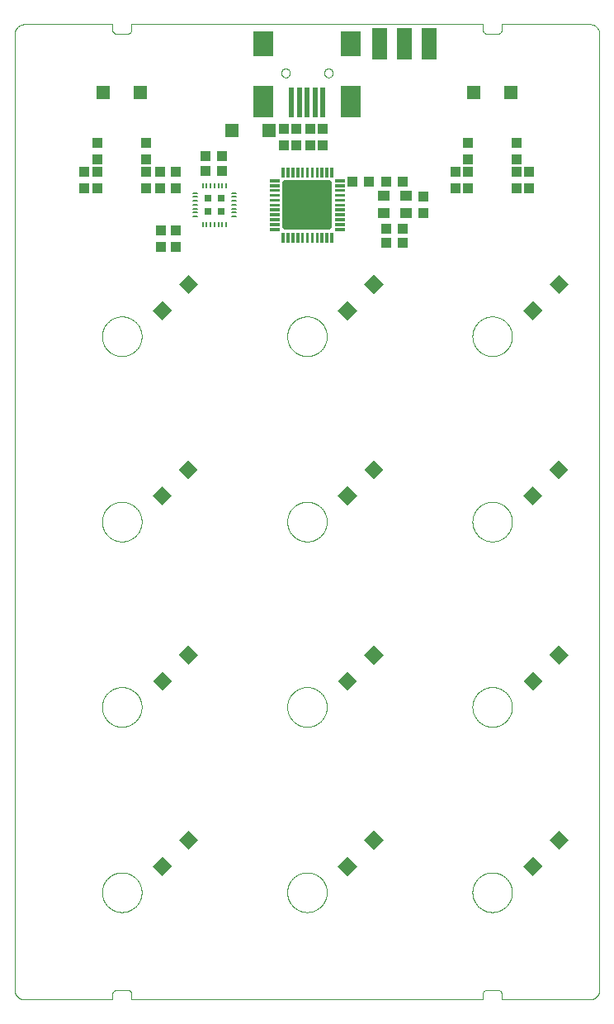
<source format=gbp>
G04 EAGLE Gerber RS-274X export*
G75*
%MOMM*%
%FSLAX34Y34*%
%LPD*%
%INBottom solder paste for stencil*%
%IPPOS*%
%AMOC8*
5,1,8,0,0,1.08239X$1,22.5*%
G01*
%ADD10C,0.000000*%
%ADD11R,1.400000X1.400000*%
%ADD12C,0.508000*%
%ADD13C,0.075000*%
%ADD14R,2.000000X2.500000*%
%ADD15R,2.000000X3.300000*%
%ADD16R,0.500000X3.100000*%
%ADD17R,1.524000X3.302000*%
%ADD18R,1.100000X1.000000*%
%ADD19R,1.300000X1.100000*%
%ADD20R,1.000000X1.100000*%
%ADD21R,1.400000X1.400000*%
%ADD22C,0.180000*%
%ADD23R,0.700000X0.700000*%


D10*
X590000Y1000000D02*
X500000Y1000000D01*
X500000Y995000D01*
X499998Y994860D01*
X499992Y994720D01*
X499982Y994580D01*
X499969Y994440D01*
X499951Y994301D01*
X499929Y994162D01*
X499904Y994025D01*
X499875Y993887D01*
X499842Y993751D01*
X499805Y993616D01*
X499764Y993482D01*
X499719Y993349D01*
X499671Y993217D01*
X499619Y993087D01*
X499564Y992958D01*
X499505Y992831D01*
X499442Y992705D01*
X499376Y992581D01*
X499307Y992460D01*
X499234Y992340D01*
X499157Y992222D01*
X499078Y992107D01*
X498995Y991993D01*
X498909Y991883D01*
X498820Y991774D01*
X498728Y991668D01*
X498633Y991565D01*
X498536Y991464D01*
X498435Y991367D01*
X498332Y991272D01*
X498226Y991180D01*
X498117Y991091D01*
X498007Y991005D01*
X497893Y990922D01*
X497778Y990843D01*
X497660Y990766D01*
X497540Y990693D01*
X497419Y990624D01*
X497295Y990558D01*
X497169Y990495D01*
X497042Y990436D01*
X496913Y990381D01*
X496783Y990329D01*
X496651Y990281D01*
X496518Y990236D01*
X496384Y990195D01*
X496249Y990158D01*
X496113Y990125D01*
X495975Y990096D01*
X495838Y990071D01*
X495699Y990049D01*
X495560Y990031D01*
X495420Y990018D01*
X495280Y990008D01*
X495140Y990002D01*
X495000Y990000D01*
X485000Y990000D01*
X484860Y990002D01*
X484720Y990008D01*
X484580Y990018D01*
X484440Y990031D01*
X484301Y990049D01*
X484162Y990071D01*
X484025Y990096D01*
X483887Y990125D01*
X483751Y990158D01*
X483616Y990195D01*
X483482Y990236D01*
X483349Y990281D01*
X483217Y990329D01*
X483087Y990381D01*
X482958Y990436D01*
X482831Y990495D01*
X482705Y990558D01*
X482581Y990624D01*
X482460Y990693D01*
X482340Y990766D01*
X482222Y990843D01*
X482107Y990922D01*
X481993Y991005D01*
X481883Y991091D01*
X481774Y991180D01*
X481668Y991272D01*
X481565Y991367D01*
X481464Y991464D01*
X481367Y991565D01*
X481272Y991668D01*
X481180Y991774D01*
X481091Y991883D01*
X481005Y991993D01*
X480922Y992107D01*
X480843Y992222D01*
X480766Y992340D01*
X480693Y992460D01*
X480624Y992581D01*
X480558Y992705D01*
X480495Y992831D01*
X480436Y992958D01*
X480381Y993087D01*
X480329Y993217D01*
X480281Y993349D01*
X480236Y993482D01*
X480195Y993616D01*
X480158Y993751D01*
X480125Y993887D01*
X480096Y994025D01*
X480071Y994162D01*
X480049Y994301D01*
X480031Y994440D01*
X480018Y994580D01*
X480008Y994720D01*
X480002Y994860D01*
X480000Y995000D01*
X480000Y1000000D01*
X120000Y1000000D01*
X120000Y995000D01*
X119998Y994860D01*
X119992Y994720D01*
X119982Y994580D01*
X119969Y994440D01*
X119951Y994301D01*
X119929Y994162D01*
X119904Y994025D01*
X119875Y993887D01*
X119842Y993751D01*
X119805Y993616D01*
X119764Y993482D01*
X119719Y993349D01*
X119671Y993217D01*
X119619Y993087D01*
X119564Y992958D01*
X119505Y992831D01*
X119442Y992705D01*
X119376Y992581D01*
X119307Y992460D01*
X119234Y992340D01*
X119157Y992222D01*
X119078Y992107D01*
X118995Y991993D01*
X118909Y991883D01*
X118820Y991774D01*
X118728Y991668D01*
X118633Y991565D01*
X118536Y991464D01*
X118435Y991367D01*
X118332Y991272D01*
X118226Y991180D01*
X118117Y991091D01*
X118007Y991005D01*
X117893Y990922D01*
X117778Y990843D01*
X117660Y990766D01*
X117540Y990693D01*
X117419Y990624D01*
X117295Y990558D01*
X117169Y990495D01*
X117042Y990436D01*
X116913Y990381D01*
X116783Y990329D01*
X116651Y990281D01*
X116518Y990236D01*
X116384Y990195D01*
X116249Y990158D01*
X116113Y990125D01*
X115975Y990096D01*
X115838Y990071D01*
X115699Y990049D01*
X115560Y990031D01*
X115420Y990018D01*
X115280Y990008D01*
X115140Y990002D01*
X115000Y990000D01*
X105000Y990000D01*
X104860Y990002D01*
X104720Y990008D01*
X104580Y990018D01*
X104440Y990031D01*
X104301Y990049D01*
X104162Y990071D01*
X104025Y990096D01*
X103887Y990125D01*
X103751Y990158D01*
X103616Y990195D01*
X103482Y990236D01*
X103349Y990281D01*
X103217Y990329D01*
X103087Y990381D01*
X102958Y990436D01*
X102831Y990495D01*
X102705Y990558D01*
X102581Y990624D01*
X102460Y990693D01*
X102340Y990766D01*
X102222Y990843D01*
X102107Y990922D01*
X101993Y991005D01*
X101883Y991091D01*
X101774Y991180D01*
X101668Y991272D01*
X101565Y991367D01*
X101464Y991464D01*
X101367Y991565D01*
X101272Y991668D01*
X101180Y991774D01*
X101091Y991883D01*
X101005Y991993D01*
X100922Y992107D01*
X100843Y992222D01*
X100766Y992340D01*
X100693Y992460D01*
X100624Y992581D01*
X100558Y992705D01*
X100495Y992831D01*
X100436Y992958D01*
X100381Y993087D01*
X100329Y993217D01*
X100281Y993349D01*
X100236Y993482D01*
X100195Y993616D01*
X100158Y993751D01*
X100125Y993887D01*
X100096Y994025D01*
X100071Y994162D01*
X100049Y994301D01*
X100031Y994440D01*
X100018Y994580D01*
X100008Y994720D01*
X100002Y994860D01*
X100000Y995000D01*
X100000Y1000000D01*
X10000Y1000000D01*
X9758Y999997D01*
X9517Y999988D01*
X9276Y999974D01*
X9035Y999953D01*
X8795Y999927D01*
X8555Y999895D01*
X8316Y999857D01*
X8079Y999814D01*
X7842Y999764D01*
X7607Y999709D01*
X7373Y999649D01*
X7141Y999582D01*
X6910Y999511D01*
X6681Y999433D01*
X6454Y999350D01*
X6229Y999262D01*
X6006Y999168D01*
X5786Y999069D01*
X5568Y998964D01*
X5353Y998855D01*
X5140Y998740D01*
X4930Y998620D01*
X4724Y998495D01*
X4520Y998365D01*
X4319Y998230D01*
X4122Y998090D01*
X3928Y997946D01*
X3738Y997797D01*
X3552Y997643D01*
X3369Y997485D01*
X3190Y997323D01*
X3015Y997156D01*
X2844Y996985D01*
X2677Y996810D01*
X2515Y996631D01*
X2357Y996448D01*
X2203Y996262D01*
X2054Y996072D01*
X1910Y995878D01*
X1770Y995681D01*
X1635Y995480D01*
X1505Y995276D01*
X1380Y995070D01*
X1260Y994860D01*
X1145Y994647D01*
X1036Y994432D01*
X931Y994214D01*
X832Y993994D01*
X738Y993771D01*
X650Y993546D01*
X567Y993319D01*
X489Y993090D01*
X418Y992859D01*
X351Y992627D01*
X291Y992393D01*
X236Y992158D01*
X186Y991921D01*
X143Y991684D01*
X105Y991445D01*
X73Y991205D01*
X47Y990965D01*
X26Y990724D01*
X12Y990483D01*
X3Y990242D01*
X0Y990000D01*
X0Y10000D01*
X3Y9758D01*
X12Y9517D01*
X26Y9276D01*
X47Y9035D01*
X73Y8795D01*
X105Y8555D01*
X143Y8316D01*
X186Y8079D01*
X236Y7842D01*
X291Y7607D01*
X351Y7373D01*
X418Y7141D01*
X489Y6910D01*
X567Y6681D01*
X650Y6454D01*
X738Y6229D01*
X832Y6006D01*
X931Y5786D01*
X1036Y5568D01*
X1145Y5353D01*
X1260Y5140D01*
X1380Y4930D01*
X1505Y4724D01*
X1635Y4520D01*
X1770Y4319D01*
X1910Y4122D01*
X2054Y3928D01*
X2203Y3738D01*
X2357Y3552D01*
X2515Y3369D01*
X2677Y3190D01*
X2844Y3015D01*
X3015Y2844D01*
X3190Y2677D01*
X3369Y2515D01*
X3552Y2357D01*
X3738Y2203D01*
X3928Y2054D01*
X4122Y1910D01*
X4319Y1770D01*
X4520Y1635D01*
X4724Y1505D01*
X4930Y1380D01*
X5140Y1260D01*
X5353Y1145D01*
X5568Y1036D01*
X5786Y931D01*
X6006Y832D01*
X6229Y738D01*
X6454Y650D01*
X6681Y567D01*
X6910Y489D01*
X7141Y418D01*
X7373Y351D01*
X7607Y291D01*
X7842Y236D01*
X8079Y186D01*
X8316Y143D01*
X8555Y105D01*
X8795Y73D01*
X9035Y47D01*
X9276Y26D01*
X9517Y12D01*
X9758Y3D01*
X10000Y0D01*
X100000Y0D01*
X100000Y5000D01*
X100002Y5140D01*
X100008Y5280D01*
X100018Y5420D01*
X100031Y5560D01*
X100049Y5699D01*
X100071Y5838D01*
X100096Y5975D01*
X100125Y6113D01*
X100158Y6249D01*
X100195Y6384D01*
X100236Y6518D01*
X100281Y6651D01*
X100329Y6783D01*
X100381Y6913D01*
X100436Y7042D01*
X100495Y7169D01*
X100558Y7295D01*
X100624Y7419D01*
X100693Y7540D01*
X100766Y7660D01*
X100843Y7778D01*
X100922Y7893D01*
X101005Y8007D01*
X101091Y8117D01*
X101180Y8226D01*
X101272Y8332D01*
X101367Y8435D01*
X101464Y8536D01*
X101565Y8633D01*
X101668Y8728D01*
X101774Y8820D01*
X101883Y8909D01*
X101993Y8995D01*
X102107Y9078D01*
X102222Y9157D01*
X102340Y9234D01*
X102460Y9307D01*
X102581Y9376D01*
X102705Y9442D01*
X102831Y9505D01*
X102958Y9564D01*
X103087Y9619D01*
X103217Y9671D01*
X103349Y9719D01*
X103482Y9764D01*
X103616Y9805D01*
X103751Y9842D01*
X103887Y9875D01*
X104025Y9904D01*
X104162Y9929D01*
X104301Y9951D01*
X104440Y9969D01*
X104580Y9982D01*
X104720Y9992D01*
X104860Y9998D01*
X105000Y10000D01*
X115000Y10000D01*
X115140Y9998D01*
X115280Y9992D01*
X115420Y9982D01*
X115560Y9969D01*
X115699Y9951D01*
X115838Y9929D01*
X115975Y9904D01*
X116113Y9875D01*
X116249Y9842D01*
X116384Y9805D01*
X116518Y9764D01*
X116651Y9719D01*
X116783Y9671D01*
X116913Y9619D01*
X117042Y9564D01*
X117169Y9505D01*
X117295Y9442D01*
X117419Y9376D01*
X117540Y9307D01*
X117660Y9234D01*
X117778Y9157D01*
X117893Y9078D01*
X118007Y8995D01*
X118117Y8909D01*
X118226Y8820D01*
X118332Y8728D01*
X118435Y8633D01*
X118536Y8536D01*
X118633Y8435D01*
X118728Y8332D01*
X118820Y8226D01*
X118909Y8117D01*
X118995Y8007D01*
X119078Y7893D01*
X119157Y7778D01*
X119234Y7660D01*
X119307Y7540D01*
X119376Y7419D01*
X119442Y7295D01*
X119505Y7169D01*
X119564Y7042D01*
X119619Y6913D01*
X119671Y6783D01*
X119719Y6651D01*
X119764Y6518D01*
X119805Y6384D01*
X119842Y6249D01*
X119875Y6113D01*
X119904Y5975D01*
X119929Y5838D01*
X119951Y5699D01*
X119969Y5560D01*
X119982Y5420D01*
X119992Y5280D01*
X119998Y5140D01*
X120000Y5000D01*
X120000Y0D01*
X480000Y0D01*
X480000Y5000D01*
X480002Y5140D01*
X480008Y5280D01*
X480018Y5420D01*
X480031Y5560D01*
X480049Y5699D01*
X480071Y5838D01*
X480096Y5975D01*
X480125Y6113D01*
X480158Y6249D01*
X480195Y6384D01*
X480236Y6518D01*
X480281Y6651D01*
X480329Y6783D01*
X480381Y6913D01*
X480436Y7042D01*
X480495Y7169D01*
X480558Y7295D01*
X480624Y7419D01*
X480693Y7540D01*
X480766Y7660D01*
X480843Y7778D01*
X480922Y7893D01*
X481005Y8007D01*
X481091Y8117D01*
X481180Y8226D01*
X481272Y8332D01*
X481367Y8435D01*
X481464Y8536D01*
X481565Y8633D01*
X481668Y8728D01*
X481774Y8820D01*
X481883Y8909D01*
X481993Y8995D01*
X482107Y9078D01*
X482222Y9157D01*
X482340Y9234D01*
X482460Y9307D01*
X482581Y9376D01*
X482705Y9442D01*
X482831Y9505D01*
X482958Y9564D01*
X483087Y9619D01*
X483217Y9671D01*
X483349Y9719D01*
X483482Y9764D01*
X483616Y9805D01*
X483751Y9842D01*
X483887Y9875D01*
X484025Y9904D01*
X484162Y9929D01*
X484301Y9951D01*
X484440Y9969D01*
X484580Y9982D01*
X484720Y9992D01*
X484860Y9998D01*
X485000Y10000D01*
X495000Y10000D01*
X495140Y9998D01*
X495280Y9992D01*
X495420Y9982D01*
X495560Y9969D01*
X495699Y9951D01*
X495838Y9929D01*
X495975Y9904D01*
X496113Y9875D01*
X496249Y9842D01*
X496384Y9805D01*
X496518Y9764D01*
X496651Y9719D01*
X496783Y9671D01*
X496913Y9619D01*
X497042Y9564D01*
X497169Y9505D01*
X497295Y9442D01*
X497419Y9376D01*
X497540Y9307D01*
X497660Y9234D01*
X497778Y9157D01*
X497893Y9078D01*
X498007Y8995D01*
X498117Y8909D01*
X498226Y8820D01*
X498332Y8728D01*
X498435Y8633D01*
X498536Y8536D01*
X498633Y8435D01*
X498728Y8332D01*
X498820Y8226D01*
X498909Y8117D01*
X498995Y8007D01*
X499078Y7893D01*
X499157Y7778D01*
X499234Y7660D01*
X499307Y7540D01*
X499376Y7419D01*
X499442Y7295D01*
X499505Y7169D01*
X499564Y7042D01*
X499619Y6913D01*
X499671Y6783D01*
X499719Y6651D01*
X499764Y6518D01*
X499805Y6384D01*
X499842Y6249D01*
X499875Y6113D01*
X499904Y5975D01*
X499929Y5838D01*
X499951Y5699D01*
X499969Y5560D01*
X499982Y5420D01*
X499992Y5280D01*
X499998Y5140D01*
X500000Y5000D01*
X500000Y0D01*
X590000Y0D01*
X590242Y3D01*
X590483Y12D01*
X590724Y26D01*
X590965Y47D01*
X591205Y73D01*
X591445Y105D01*
X591684Y143D01*
X591921Y186D01*
X592158Y236D01*
X592393Y291D01*
X592627Y351D01*
X592859Y418D01*
X593090Y489D01*
X593319Y567D01*
X593546Y650D01*
X593771Y738D01*
X593994Y832D01*
X594214Y931D01*
X594432Y1036D01*
X594647Y1145D01*
X594860Y1260D01*
X595070Y1380D01*
X595276Y1505D01*
X595480Y1635D01*
X595681Y1770D01*
X595878Y1910D01*
X596072Y2054D01*
X596262Y2203D01*
X596448Y2357D01*
X596631Y2515D01*
X596810Y2677D01*
X596985Y2844D01*
X597156Y3015D01*
X597323Y3190D01*
X597485Y3369D01*
X597643Y3552D01*
X597797Y3738D01*
X597946Y3928D01*
X598090Y4122D01*
X598230Y4319D01*
X598365Y4520D01*
X598495Y4724D01*
X598620Y4930D01*
X598740Y5140D01*
X598855Y5353D01*
X598964Y5568D01*
X599069Y5786D01*
X599168Y6006D01*
X599262Y6229D01*
X599350Y6454D01*
X599433Y6681D01*
X599511Y6910D01*
X599582Y7141D01*
X599649Y7373D01*
X599709Y7607D01*
X599764Y7842D01*
X599814Y8079D01*
X599857Y8316D01*
X599895Y8555D01*
X599927Y8795D01*
X599953Y9035D01*
X599974Y9276D01*
X599988Y9517D01*
X599997Y9758D01*
X600000Y10000D01*
X600000Y990000D01*
X599997Y990242D01*
X599988Y990483D01*
X599974Y990724D01*
X599953Y990965D01*
X599927Y991205D01*
X599895Y991445D01*
X599857Y991684D01*
X599814Y991921D01*
X599764Y992158D01*
X599709Y992393D01*
X599649Y992627D01*
X599582Y992859D01*
X599511Y993090D01*
X599433Y993319D01*
X599350Y993546D01*
X599262Y993771D01*
X599168Y993994D01*
X599069Y994214D01*
X598964Y994432D01*
X598855Y994647D01*
X598740Y994860D01*
X598620Y995070D01*
X598495Y995276D01*
X598365Y995480D01*
X598230Y995681D01*
X598090Y995878D01*
X597946Y996072D01*
X597797Y996262D01*
X597643Y996448D01*
X597485Y996631D01*
X597323Y996810D01*
X597156Y996985D01*
X596985Y997156D01*
X596810Y997323D01*
X596631Y997485D01*
X596448Y997643D01*
X596262Y997797D01*
X596072Y997946D01*
X595878Y998090D01*
X595681Y998230D01*
X595480Y998365D01*
X595276Y998495D01*
X595070Y998620D01*
X594860Y998740D01*
X594647Y998855D01*
X594432Y998964D01*
X594214Y999069D01*
X593994Y999168D01*
X593771Y999262D01*
X593546Y999350D01*
X593319Y999433D01*
X593090Y999511D01*
X592859Y999582D01*
X592627Y999649D01*
X592393Y999709D01*
X592158Y999764D01*
X591921Y999814D01*
X591684Y999857D01*
X591445Y999895D01*
X591205Y999927D01*
X590965Y999953D01*
X590724Y999974D01*
X590483Y999988D01*
X590242Y999997D01*
X590000Y1000000D01*
X89680Y680000D02*
X89686Y680499D01*
X89704Y680997D01*
X89735Y681495D01*
X89778Y681992D01*
X89833Y682487D01*
X89900Y682982D01*
X89979Y683474D01*
X90070Y683964D01*
X90174Y684452D01*
X90289Y684937D01*
X90416Y685420D01*
X90555Y685899D01*
X90706Y686374D01*
X90868Y686846D01*
X91042Y687313D01*
X91227Y687776D01*
X91423Y688235D01*
X91631Y688688D01*
X91850Y689136D01*
X92079Y689579D01*
X92320Y690016D01*
X92571Y690447D01*
X92833Y690871D01*
X93105Y691289D01*
X93387Y691700D01*
X93679Y692105D01*
X93981Y692502D01*
X94292Y692891D01*
X94614Y693272D01*
X94944Y693646D01*
X95283Y694011D01*
X95632Y694368D01*
X95989Y694717D01*
X96354Y695056D01*
X96728Y695386D01*
X97109Y695708D01*
X97498Y696019D01*
X97895Y696321D01*
X98300Y696613D01*
X98711Y696895D01*
X99129Y697167D01*
X99553Y697429D01*
X99984Y697680D01*
X100421Y697921D01*
X100864Y698150D01*
X101312Y698369D01*
X101765Y698577D01*
X102224Y698773D01*
X102687Y698958D01*
X103154Y699132D01*
X103626Y699294D01*
X104101Y699445D01*
X104580Y699584D01*
X105063Y699711D01*
X105548Y699826D01*
X106036Y699930D01*
X106526Y700021D01*
X107018Y700100D01*
X107513Y700167D01*
X108008Y700222D01*
X108505Y700265D01*
X109003Y700296D01*
X109501Y700314D01*
X110000Y700320D01*
X110499Y700314D01*
X110997Y700296D01*
X111495Y700265D01*
X111992Y700222D01*
X112487Y700167D01*
X112982Y700100D01*
X113474Y700021D01*
X113964Y699930D01*
X114452Y699826D01*
X114937Y699711D01*
X115420Y699584D01*
X115899Y699445D01*
X116374Y699294D01*
X116846Y699132D01*
X117313Y698958D01*
X117776Y698773D01*
X118235Y698577D01*
X118688Y698369D01*
X119136Y698150D01*
X119579Y697921D01*
X120016Y697680D01*
X120447Y697429D01*
X120871Y697167D01*
X121289Y696895D01*
X121700Y696613D01*
X122105Y696321D01*
X122502Y696019D01*
X122891Y695708D01*
X123272Y695386D01*
X123646Y695056D01*
X124011Y694717D01*
X124368Y694368D01*
X124717Y694011D01*
X125056Y693646D01*
X125386Y693272D01*
X125708Y692891D01*
X126019Y692502D01*
X126321Y692105D01*
X126613Y691700D01*
X126895Y691289D01*
X127167Y690871D01*
X127429Y690447D01*
X127680Y690016D01*
X127921Y689579D01*
X128150Y689136D01*
X128369Y688688D01*
X128577Y688235D01*
X128773Y687776D01*
X128958Y687313D01*
X129132Y686846D01*
X129294Y686374D01*
X129445Y685899D01*
X129584Y685420D01*
X129711Y684937D01*
X129826Y684452D01*
X129930Y683964D01*
X130021Y683474D01*
X130100Y682982D01*
X130167Y682487D01*
X130222Y681992D01*
X130265Y681495D01*
X130296Y680997D01*
X130314Y680499D01*
X130320Y680000D01*
X130314Y679501D01*
X130296Y679003D01*
X130265Y678505D01*
X130222Y678008D01*
X130167Y677513D01*
X130100Y677018D01*
X130021Y676526D01*
X129930Y676036D01*
X129826Y675548D01*
X129711Y675063D01*
X129584Y674580D01*
X129445Y674101D01*
X129294Y673626D01*
X129132Y673154D01*
X128958Y672687D01*
X128773Y672224D01*
X128577Y671765D01*
X128369Y671312D01*
X128150Y670864D01*
X127921Y670421D01*
X127680Y669984D01*
X127429Y669553D01*
X127167Y669129D01*
X126895Y668711D01*
X126613Y668300D01*
X126321Y667895D01*
X126019Y667498D01*
X125708Y667109D01*
X125386Y666728D01*
X125056Y666354D01*
X124717Y665989D01*
X124368Y665632D01*
X124011Y665283D01*
X123646Y664944D01*
X123272Y664614D01*
X122891Y664292D01*
X122502Y663981D01*
X122105Y663679D01*
X121700Y663387D01*
X121289Y663105D01*
X120871Y662833D01*
X120447Y662571D01*
X120016Y662320D01*
X119579Y662079D01*
X119136Y661850D01*
X118688Y661631D01*
X118235Y661423D01*
X117776Y661227D01*
X117313Y661042D01*
X116846Y660868D01*
X116374Y660706D01*
X115899Y660555D01*
X115420Y660416D01*
X114937Y660289D01*
X114452Y660174D01*
X113964Y660070D01*
X113474Y659979D01*
X112982Y659900D01*
X112487Y659833D01*
X111992Y659778D01*
X111495Y659735D01*
X110997Y659704D01*
X110499Y659686D01*
X110000Y659680D01*
X109501Y659686D01*
X109003Y659704D01*
X108505Y659735D01*
X108008Y659778D01*
X107513Y659833D01*
X107018Y659900D01*
X106526Y659979D01*
X106036Y660070D01*
X105548Y660174D01*
X105063Y660289D01*
X104580Y660416D01*
X104101Y660555D01*
X103626Y660706D01*
X103154Y660868D01*
X102687Y661042D01*
X102224Y661227D01*
X101765Y661423D01*
X101312Y661631D01*
X100864Y661850D01*
X100421Y662079D01*
X99984Y662320D01*
X99553Y662571D01*
X99129Y662833D01*
X98711Y663105D01*
X98300Y663387D01*
X97895Y663679D01*
X97498Y663981D01*
X97109Y664292D01*
X96728Y664614D01*
X96354Y664944D01*
X95989Y665283D01*
X95632Y665632D01*
X95283Y665989D01*
X94944Y666354D01*
X94614Y666728D01*
X94292Y667109D01*
X93981Y667498D01*
X93679Y667895D01*
X93387Y668300D01*
X93105Y668711D01*
X92833Y669129D01*
X92571Y669553D01*
X92320Y669984D01*
X92079Y670421D01*
X91850Y670864D01*
X91631Y671312D01*
X91423Y671765D01*
X91227Y672224D01*
X91042Y672687D01*
X90868Y673154D01*
X90706Y673626D01*
X90555Y674101D01*
X90416Y674580D01*
X90289Y675063D01*
X90174Y675548D01*
X90070Y676036D01*
X89979Y676526D01*
X89900Y677018D01*
X89833Y677513D01*
X89778Y678008D01*
X89735Y678505D01*
X89704Y679003D01*
X89686Y679501D01*
X89680Y680000D01*
X279680Y680000D02*
X279686Y680499D01*
X279704Y680997D01*
X279735Y681495D01*
X279778Y681992D01*
X279833Y682487D01*
X279900Y682982D01*
X279979Y683474D01*
X280070Y683964D01*
X280174Y684452D01*
X280289Y684937D01*
X280416Y685420D01*
X280555Y685899D01*
X280706Y686374D01*
X280868Y686846D01*
X281042Y687313D01*
X281227Y687776D01*
X281423Y688235D01*
X281631Y688688D01*
X281850Y689136D01*
X282079Y689579D01*
X282320Y690016D01*
X282571Y690447D01*
X282833Y690871D01*
X283105Y691289D01*
X283387Y691700D01*
X283679Y692105D01*
X283981Y692502D01*
X284292Y692891D01*
X284614Y693272D01*
X284944Y693646D01*
X285283Y694011D01*
X285632Y694368D01*
X285989Y694717D01*
X286354Y695056D01*
X286728Y695386D01*
X287109Y695708D01*
X287498Y696019D01*
X287895Y696321D01*
X288300Y696613D01*
X288711Y696895D01*
X289129Y697167D01*
X289553Y697429D01*
X289984Y697680D01*
X290421Y697921D01*
X290864Y698150D01*
X291312Y698369D01*
X291765Y698577D01*
X292224Y698773D01*
X292687Y698958D01*
X293154Y699132D01*
X293626Y699294D01*
X294101Y699445D01*
X294580Y699584D01*
X295063Y699711D01*
X295548Y699826D01*
X296036Y699930D01*
X296526Y700021D01*
X297018Y700100D01*
X297513Y700167D01*
X298008Y700222D01*
X298505Y700265D01*
X299003Y700296D01*
X299501Y700314D01*
X300000Y700320D01*
X300499Y700314D01*
X300997Y700296D01*
X301495Y700265D01*
X301992Y700222D01*
X302487Y700167D01*
X302982Y700100D01*
X303474Y700021D01*
X303964Y699930D01*
X304452Y699826D01*
X304937Y699711D01*
X305420Y699584D01*
X305899Y699445D01*
X306374Y699294D01*
X306846Y699132D01*
X307313Y698958D01*
X307776Y698773D01*
X308235Y698577D01*
X308688Y698369D01*
X309136Y698150D01*
X309579Y697921D01*
X310016Y697680D01*
X310447Y697429D01*
X310871Y697167D01*
X311289Y696895D01*
X311700Y696613D01*
X312105Y696321D01*
X312502Y696019D01*
X312891Y695708D01*
X313272Y695386D01*
X313646Y695056D01*
X314011Y694717D01*
X314368Y694368D01*
X314717Y694011D01*
X315056Y693646D01*
X315386Y693272D01*
X315708Y692891D01*
X316019Y692502D01*
X316321Y692105D01*
X316613Y691700D01*
X316895Y691289D01*
X317167Y690871D01*
X317429Y690447D01*
X317680Y690016D01*
X317921Y689579D01*
X318150Y689136D01*
X318369Y688688D01*
X318577Y688235D01*
X318773Y687776D01*
X318958Y687313D01*
X319132Y686846D01*
X319294Y686374D01*
X319445Y685899D01*
X319584Y685420D01*
X319711Y684937D01*
X319826Y684452D01*
X319930Y683964D01*
X320021Y683474D01*
X320100Y682982D01*
X320167Y682487D01*
X320222Y681992D01*
X320265Y681495D01*
X320296Y680997D01*
X320314Y680499D01*
X320320Y680000D01*
X320314Y679501D01*
X320296Y679003D01*
X320265Y678505D01*
X320222Y678008D01*
X320167Y677513D01*
X320100Y677018D01*
X320021Y676526D01*
X319930Y676036D01*
X319826Y675548D01*
X319711Y675063D01*
X319584Y674580D01*
X319445Y674101D01*
X319294Y673626D01*
X319132Y673154D01*
X318958Y672687D01*
X318773Y672224D01*
X318577Y671765D01*
X318369Y671312D01*
X318150Y670864D01*
X317921Y670421D01*
X317680Y669984D01*
X317429Y669553D01*
X317167Y669129D01*
X316895Y668711D01*
X316613Y668300D01*
X316321Y667895D01*
X316019Y667498D01*
X315708Y667109D01*
X315386Y666728D01*
X315056Y666354D01*
X314717Y665989D01*
X314368Y665632D01*
X314011Y665283D01*
X313646Y664944D01*
X313272Y664614D01*
X312891Y664292D01*
X312502Y663981D01*
X312105Y663679D01*
X311700Y663387D01*
X311289Y663105D01*
X310871Y662833D01*
X310447Y662571D01*
X310016Y662320D01*
X309579Y662079D01*
X309136Y661850D01*
X308688Y661631D01*
X308235Y661423D01*
X307776Y661227D01*
X307313Y661042D01*
X306846Y660868D01*
X306374Y660706D01*
X305899Y660555D01*
X305420Y660416D01*
X304937Y660289D01*
X304452Y660174D01*
X303964Y660070D01*
X303474Y659979D01*
X302982Y659900D01*
X302487Y659833D01*
X301992Y659778D01*
X301495Y659735D01*
X300997Y659704D01*
X300499Y659686D01*
X300000Y659680D01*
X299501Y659686D01*
X299003Y659704D01*
X298505Y659735D01*
X298008Y659778D01*
X297513Y659833D01*
X297018Y659900D01*
X296526Y659979D01*
X296036Y660070D01*
X295548Y660174D01*
X295063Y660289D01*
X294580Y660416D01*
X294101Y660555D01*
X293626Y660706D01*
X293154Y660868D01*
X292687Y661042D01*
X292224Y661227D01*
X291765Y661423D01*
X291312Y661631D01*
X290864Y661850D01*
X290421Y662079D01*
X289984Y662320D01*
X289553Y662571D01*
X289129Y662833D01*
X288711Y663105D01*
X288300Y663387D01*
X287895Y663679D01*
X287498Y663981D01*
X287109Y664292D01*
X286728Y664614D01*
X286354Y664944D01*
X285989Y665283D01*
X285632Y665632D01*
X285283Y665989D01*
X284944Y666354D01*
X284614Y666728D01*
X284292Y667109D01*
X283981Y667498D01*
X283679Y667895D01*
X283387Y668300D01*
X283105Y668711D01*
X282833Y669129D01*
X282571Y669553D01*
X282320Y669984D01*
X282079Y670421D01*
X281850Y670864D01*
X281631Y671312D01*
X281423Y671765D01*
X281227Y672224D01*
X281042Y672687D01*
X280868Y673154D01*
X280706Y673626D01*
X280555Y674101D01*
X280416Y674580D01*
X280289Y675063D01*
X280174Y675548D01*
X280070Y676036D01*
X279979Y676526D01*
X279900Y677018D01*
X279833Y677513D01*
X279778Y678008D01*
X279735Y678505D01*
X279704Y679003D01*
X279686Y679501D01*
X279680Y680000D01*
X469680Y680000D02*
X469686Y680499D01*
X469704Y680997D01*
X469735Y681495D01*
X469778Y681992D01*
X469833Y682487D01*
X469900Y682982D01*
X469979Y683474D01*
X470070Y683964D01*
X470174Y684452D01*
X470289Y684937D01*
X470416Y685420D01*
X470555Y685899D01*
X470706Y686374D01*
X470868Y686846D01*
X471042Y687313D01*
X471227Y687776D01*
X471423Y688235D01*
X471631Y688688D01*
X471850Y689136D01*
X472079Y689579D01*
X472320Y690016D01*
X472571Y690447D01*
X472833Y690871D01*
X473105Y691289D01*
X473387Y691700D01*
X473679Y692105D01*
X473981Y692502D01*
X474292Y692891D01*
X474614Y693272D01*
X474944Y693646D01*
X475283Y694011D01*
X475632Y694368D01*
X475989Y694717D01*
X476354Y695056D01*
X476728Y695386D01*
X477109Y695708D01*
X477498Y696019D01*
X477895Y696321D01*
X478300Y696613D01*
X478711Y696895D01*
X479129Y697167D01*
X479553Y697429D01*
X479984Y697680D01*
X480421Y697921D01*
X480864Y698150D01*
X481312Y698369D01*
X481765Y698577D01*
X482224Y698773D01*
X482687Y698958D01*
X483154Y699132D01*
X483626Y699294D01*
X484101Y699445D01*
X484580Y699584D01*
X485063Y699711D01*
X485548Y699826D01*
X486036Y699930D01*
X486526Y700021D01*
X487018Y700100D01*
X487513Y700167D01*
X488008Y700222D01*
X488505Y700265D01*
X489003Y700296D01*
X489501Y700314D01*
X490000Y700320D01*
X490499Y700314D01*
X490997Y700296D01*
X491495Y700265D01*
X491992Y700222D01*
X492487Y700167D01*
X492982Y700100D01*
X493474Y700021D01*
X493964Y699930D01*
X494452Y699826D01*
X494937Y699711D01*
X495420Y699584D01*
X495899Y699445D01*
X496374Y699294D01*
X496846Y699132D01*
X497313Y698958D01*
X497776Y698773D01*
X498235Y698577D01*
X498688Y698369D01*
X499136Y698150D01*
X499579Y697921D01*
X500016Y697680D01*
X500447Y697429D01*
X500871Y697167D01*
X501289Y696895D01*
X501700Y696613D01*
X502105Y696321D01*
X502502Y696019D01*
X502891Y695708D01*
X503272Y695386D01*
X503646Y695056D01*
X504011Y694717D01*
X504368Y694368D01*
X504717Y694011D01*
X505056Y693646D01*
X505386Y693272D01*
X505708Y692891D01*
X506019Y692502D01*
X506321Y692105D01*
X506613Y691700D01*
X506895Y691289D01*
X507167Y690871D01*
X507429Y690447D01*
X507680Y690016D01*
X507921Y689579D01*
X508150Y689136D01*
X508369Y688688D01*
X508577Y688235D01*
X508773Y687776D01*
X508958Y687313D01*
X509132Y686846D01*
X509294Y686374D01*
X509445Y685899D01*
X509584Y685420D01*
X509711Y684937D01*
X509826Y684452D01*
X509930Y683964D01*
X510021Y683474D01*
X510100Y682982D01*
X510167Y682487D01*
X510222Y681992D01*
X510265Y681495D01*
X510296Y680997D01*
X510314Y680499D01*
X510320Y680000D01*
X510314Y679501D01*
X510296Y679003D01*
X510265Y678505D01*
X510222Y678008D01*
X510167Y677513D01*
X510100Y677018D01*
X510021Y676526D01*
X509930Y676036D01*
X509826Y675548D01*
X509711Y675063D01*
X509584Y674580D01*
X509445Y674101D01*
X509294Y673626D01*
X509132Y673154D01*
X508958Y672687D01*
X508773Y672224D01*
X508577Y671765D01*
X508369Y671312D01*
X508150Y670864D01*
X507921Y670421D01*
X507680Y669984D01*
X507429Y669553D01*
X507167Y669129D01*
X506895Y668711D01*
X506613Y668300D01*
X506321Y667895D01*
X506019Y667498D01*
X505708Y667109D01*
X505386Y666728D01*
X505056Y666354D01*
X504717Y665989D01*
X504368Y665632D01*
X504011Y665283D01*
X503646Y664944D01*
X503272Y664614D01*
X502891Y664292D01*
X502502Y663981D01*
X502105Y663679D01*
X501700Y663387D01*
X501289Y663105D01*
X500871Y662833D01*
X500447Y662571D01*
X500016Y662320D01*
X499579Y662079D01*
X499136Y661850D01*
X498688Y661631D01*
X498235Y661423D01*
X497776Y661227D01*
X497313Y661042D01*
X496846Y660868D01*
X496374Y660706D01*
X495899Y660555D01*
X495420Y660416D01*
X494937Y660289D01*
X494452Y660174D01*
X493964Y660070D01*
X493474Y659979D01*
X492982Y659900D01*
X492487Y659833D01*
X491992Y659778D01*
X491495Y659735D01*
X490997Y659704D01*
X490499Y659686D01*
X490000Y659680D01*
X489501Y659686D01*
X489003Y659704D01*
X488505Y659735D01*
X488008Y659778D01*
X487513Y659833D01*
X487018Y659900D01*
X486526Y659979D01*
X486036Y660070D01*
X485548Y660174D01*
X485063Y660289D01*
X484580Y660416D01*
X484101Y660555D01*
X483626Y660706D01*
X483154Y660868D01*
X482687Y661042D01*
X482224Y661227D01*
X481765Y661423D01*
X481312Y661631D01*
X480864Y661850D01*
X480421Y662079D01*
X479984Y662320D01*
X479553Y662571D01*
X479129Y662833D01*
X478711Y663105D01*
X478300Y663387D01*
X477895Y663679D01*
X477498Y663981D01*
X477109Y664292D01*
X476728Y664614D01*
X476354Y664944D01*
X475989Y665283D01*
X475632Y665632D01*
X475283Y665989D01*
X474944Y666354D01*
X474614Y666728D01*
X474292Y667109D01*
X473981Y667498D01*
X473679Y667895D01*
X473387Y668300D01*
X473105Y668711D01*
X472833Y669129D01*
X472571Y669553D01*
X472320Y669984D01*
X472079Y670421D01*
X471850Y670864D01*
X471631Y671312D01*
X471423Y671765D01*
X471227Y672224D01*
X471042Y672687D01*
X470868Y673154D01*
X470706Y673626D01*
X470555Y674101D01*
X470416Y674580D01*
X470289Y675063D01*
X470174Y675548D01*
X470070Y676036D01*
X469979Y676526D01*
X469900Y677018D01*
X469833Y677513D01*
X469778Y678008D01*
X469735Y678505D01*
X469704Y679003D01*
X469686Y679501D01*
X469680Y680000D01*
X89680Y490000D02*
X89686Y490499D01*
X89704Y490997D01*
X89735Y491495D01*
X89778Y491992D01*
X89833Y492487D01*
X89900Y492982D01*
X89979Y493474D01*
X90070Y493964D01*
X90174Y494452D01*
X90289Y494937D01*
X90416Y495420D01*
X90555Y495899D01*
X90706Y496374D01*
X90868Y496846D01*
X91042Y497313D01*
X91227Y497776D01*
X91423Y498235D01*
X91631Y498688D01*
X91850Y499136D01*
X92079Y499579D01*
X92320Y500016D01*
X92571Y500447D01*
X92833Y500871D01*
X93105Y501289D01*
X93387Y501700D01*
X93679Y502105D01*
X93981Y502502D01*
X94292Y502891D01*
X94614Y503272D01*
X94944Y503646D01*
X95283Y504011D01*
X95632Y504368D01*
X95989Y504717D01*
X96354Y505056D01*
X96728Y505386D01*
X97109Y505708D01*
X97498Y506019D01*
X97895Y506321D01*
X98300Y506613D01*
X98711Y506895D01*
X99129Y507167D01*
X99553Y507429D01*
X99984Y507680D01*
X100421Y507921D01*
X100864Y508150D01*
X101312Y508369D01*
X101765Y508577D01*
X102224Y508773D01*
X102687Y508958D01*
X103154Y509132D01*
X103626Y509294D01*
X104101Y509445D01*
X104580Y509584D01*
X105063Y509711D01*
X105548Y509826D01*
X106036Y509930D01*
X106526Y510021D01*
X107018Y510100D01*
X107513Y510167D01*
X108008Y510222D01*
X108505Y510265D01*
X109003Y510296D01*
X109501Y510314D01*
X110000Y510320D01*
X110499Y510314D01*
X110997Y510296D01*
X111495Y510265D01*
X111992Y510222D01*
X112487Y510167D01*
X112982Y510100D01*
X113474Y510021D01*
X113964Y509930D01*
X114452Y509826D01*
X114937Y509711D01*
X115420Y509584D01*
X115899Y509445D01*
X116374Y509294D01*
X116846Y509132D01*
X117313Y508958D01*
X117776Y508773D01*
X118235Y508577D01*
X118688Y508369D01*
X119136Y508150D01*
X119579Y507921D01*
X120016Y507680D01*
X120447Y507429D01*
X120871Y507167D01*
X121289Y506895D01*
X121700Y506613D01*
X122105Y506321D01*
X122502Y506019D01*
X122891Y505708D01*
X123272Y505386D01*
X123646Y505056D01*
X124011Y504717D01*
X124368Y504368D01*
X124717Y504011D01*
X125056Y503646D01*
X125386Y503272D01*
X125708Y502891D01*
X126019Y502502D01*
X126321Y502105D01*
X126613Y501700D01*
X126895Y501289D01*
X127167Y500871D01*
X127429Y500447D01*
X127680Y500016D01*
X127921Y499579D01*
X128150Y499136D01*
X128369Y498688D01*
X128577Y498235D01*
X128773Y497776D01*
X128958Y497313D01*
X129132Y496846D01*
X129294Y496374D01*
X129445Y495899D01*
X129584Y495420D01*
X129711Y494937D01*
X129826Y494452D01*
X129930Y493964D01*
X130021Y493474D01*
X130100Y492982D01*
X130167Y492487D01*
X130222Y491992D01*
X130265Y491495D01*
X130296Y490997D01*
X130314Y490499D01*
X130320Y490000D01*
X130314Y489501D01*
X130296Y489003D01*
X130265Y488505D01*
X130222Y488008D01*
X130167Y487513D01*
X130100Y487018D01*
X130021Y486526D01*
X129930Y486036D01*
X129826Y485548D01*
X129711Y485063D01*
X129584Y484580D01*
X129445Y484101D01*
X129294Y483626D01*
X129132Y483154D01*
X128958Y482687D01*
X128773Y482224D01*
X128577Y481765D01*
X128369Y481312D01*
X128150Y480864D01*
X127921Y480421D01*
X127680Y479984D01*
X127429Y479553D01*
X127167Y479129D01*
X126895Y478711D01*
X126613Y478300D01*
X126321Y477895D01*
X126019Y477498D01*
X125708Y477109D01*
X125386Y476728D01*
X125056Y476354D01*
X124717Y475989D01*
X124368Y475632D01*
X124011Y475283D01*
X123646Y474944D01*
X123272Y474614D01*
X122891Y474292D01*
X122502Y473981D01*
X122105Y473679D01*
X121700Y473387D01*
X121289Y473105D01*
X120871Y472833D01*
X120447Y472571D01*
X120016Y472320D01*
X119579Y472079D01*
X119136Y471850D01*
X118688Y471631D01*
X118235Y471423D01*
X117776Y471227D01*
X117313Y471042D01*
X116846Y470868D01*
X116374Y470706D01*
X115899Y470555D01*
X115420Y470416D01*
X114937Y470289D01*
X114452Y470174D01*
X113964Y470070D01*
X113474Y469979D01*
X112982Y469900D01*
X112487Y469833D01*
X111992Y469778D01*
X111495Y469735D01*
X110997Y469704D01*
X110499Y469686D01*
X110000Y469680D01*
X109501Y469686D01*
X109003Y469704D01*
X108505Y469735D01*
X108008Y469778D01*
X107513Y469833D01*
X107018Y469900D01*
X106526Y469979D01*
X106036Y470070D01*
X105548Y470174D01*
X105063Y470289D01*
X104580Y470416D01*
X104101Y470555D01*
X103626Y470706D01*
X103154Y470868D01*
X102687Y471042D01*
X102224Y471227D01*
X101765Y471423D01*
X101312Y471631D01*
X100864Y471850D01*
X100421Y472079D01*
X99984Y472320D01*
X99553Y472571D01*
X99129Y472833D01*
X98711Y473105D01*
X98300Y473387D01*
X97895Y473679D01*
X97498Y473981D01*
X97109Y474292D01*
X96728Y474614D01*
X96354Y474944D01*
X95989Y475283D01*
X95632Y475632D01*
X95283Y475989D01*
X94944Y476354D01*
X94614Y476728D01*
X94292Y477109D01*
X93981Y477498D01*
X93679Y477895D01*
X93387Y478300D01*
X93105Y478711D01*
X92833Y479129D01*
X92571Y479553D01*
X92320Y479984D01*
X92079Y480421D01*
X91850Y480864D01*
X91631Y481312D01*
X91423Y481765D01*
X91227Y482224D01*
X91042Y482687D01*
X90868Y483154D01*
X90706Y483626D01*
X90555Y484101D01*
X90416Y484580D01*
X90289Y485063D01*
X90174Y485548D01*
X90070Y486036D01*
X89979Y486526D01*
X89900Y487018D01*
X89833Y487513D01*
X89778Y488008D01*
X89735Y488505D01*
X89704Y489003D01*
X89686Y489501D01*
X89680Y490000D01*
X279680Y490000D02*
X279686Y490499D01*
X279704Y490997D01*
X279735Y491495D01*
X279778Y491992D01*
X279833Y492487D01*
X279900Y492982D01*
X279979Y493474D01*
X280070Y493964D01*
X280174Y494452D01*
X280289Y494937D01*
X280416Y495420D01*
X280555Y495899D01*
X280706Y496374D01*
X280868Y496846D01*
X281042Y497313D01*
X281227Y497776D01*
X281423Y498235D01*
X281631Y498688D01*
X281850Y499136D01*
X282079Y499579D01*
X282320Y500016D01*
X282571Y500447D01*
X282833Y500871D01*
X283105Y501289D01*
X283387Y501700D01*
X283679Y502105D01*
X283981Y502502D01*
X284292Y502891D01*
X284614Y503272D01*
X284944Y503646D01*
X285283Y504011D01*
X285632Y504368D01*
X285989Y504717D01*
X286354Y505056D01*
X286728Y505386D01*
X287109Y505708D01*
X287498Y506019D01*
X287895Y506321D01*
X288300Y506613D01*
X288711Y506895D01*
X289129Y507167D01*
X289553Y507429D01*
X289984Y507680D01*
X290421Y507921D01*
X290864Y508150D01*
X291312Y508369D01*
X291765Y508577D01*
X292224Y508773D01*
X292687Y508958D01*
X293154Y509132D01*
X293626Y509294D01*
X294101Y509445D01*
X294580Y509584D01*
X295063Y509711D01*
X295548Y509826D01*
X296036Y509930D01*
X296526Y510021D01*
X297018Y510100D01*
X297513Y510167D01*
X298008Y510222D01*
X298505Y510265D01*
X299003Y510296D01*
X299501Y510314D01*
X300000Y510320D01*
X300499Y510314D01*
X300997Y510296D01*
X301495Y510265D01*
X301992Y510222D01*
X302487Y510167D01*
X302982Y510100D01*
X303474Y510021D01*
X303964Y509930D01*
X304452Y509826D01*
X304937Y509711D01*
X305420Y509584D01*
X305899Y509445D01*
X306374Y509294D01*
X306846Y509132D01*
X307313Y508958D01*
X307776Y508773D01*
X308235Y508577D01*
X308688Y508369D01*
X309136Y508150D01*
X309579Y507921D01*
X310016Y507680D01*
X310447Y507429D01*
X310871Y507167D01*
X311289Y506895D01*
X311700Y506613D01*
X312105Y506321D01*
X312502Y506019D01*
X312891Y505708D01*
X313272Y505386D01*
X313646Y505056D01*
X314011Y504717D01*
X314368Y504368D01*
X314717Y504011D01*
X315056Y503646D01*
X315386Y503272D01*
X315708Y502891D01*
X316019Y502502D01*
X316321Y502105D01*
X316613Y501700D01*
X316895Y501289D01*
X317167Y500871D01*
X317429Y500447D01*
X317680Y500016D01*
X317921Y499579D01*
X318150Y499136D01*
X318369Y498688D01*
X318577Y498235D01*
X318773Y497776D01*
X318958Y497313D01*
X319132Y496846D01*
X319294Y496374D01*
X319445Y495899D01*
X319584Y495420D01*
X319711Y494937D01*
X319826Y494452D01*
X319930Y493964D01*
X320021Y493474D01*
X320100Y492982D01*
X320167Y492487D01*
X320222Y491992D01*
X320265Y491495D01*
X320296Y490997D01*
X320314Y490499D01*
X320320Y490000D01*
X320314Y489501D01*
X320296Y489003D01*
X320265Y488505D01*
X320222Y488008D01*
X320167Y487513D01*
X320100Y487018D01*
X320021Y486526D01*
X319930Y486036D01*
X319826Y485548D01*
X319711Y485063D01*
X319584Y484580D01*
X319445Y484101D01*
X319294Y483626D01*
X319132Y483154D01*
X318958Y482687D01*
X318773Y482224D01*
X318577Y481765D01*
X318369Y481312D01*
X318150Y480864D01*
X317921Y480421D01*
X317680Y479984D01*
X317429Y479553D01*
X317167Y479129D01*
X316895Y478711D01*
X316613Y478300D01*
X316321Y477895D01*
X316019Y477498D01*
X315708Y477109D01*
X315386Y476728D01*
X315056Y476354D01*
X314717Y475989D01*
X314368Y475632D01*
X314011Y475283D01*
X313646Y474944D01*
X313272Y474614D01*
X312891Y474292D01*
X312502Y473981D01*
X312105Y473679D01*
X311700Y473387D01*
X311289Y473105D01*
X310871Y472833D01*
X310447Y472571D01*
X310016Y472320D01*
X309579Y472079D01*
X309136Y471850D01*
X308688Y471631D01*
X308235Y471423D01*
X307776Y471227D01*
X307313Y471042D01*
X306846Y470868D01*
X306374Y470706D01*
X305899Y470555D01*
X305420Y470416D01*
X304937Y470289D01*
X304452Y470174D01*
X303964Y470070D01*
X303474Y469979D01*
X302982Y469900D01*
X302487Y469833D01*
X301992Y469778D01*
X301495Y469735D01*
X300997Y469704D01*
X300499Y469686D01*
X300000Y469680D01*
X299501Y469686D01*
X299003Y469704D01*
X298505Y469735D01*
X298008Y469778D01*
X297513Y469833D01*
X297018Y469900D01*
X296526Y469979D01*
X296036Y470070D01*
X295548Y470174D01*
X295063Y470289D01*
X294580Y470416D01*
X294101Y470555D01*
X293626Y470706D01*
X293154Y470868D01*
X292687Y471042D01*
X292224Y471227D01*
X291765Y471423D01*
X291312Y471631D01*
X290864Y471850D01*
X290421Y472079D01*
X289984Y472320D01*
X289553Y472571D01*
X289129Y472833D01*
X288711Y473105D01*
X288300Y473387D01*
X287895Y473679D01*
X287498Y473981D01*
X287109Y474292D01*
X286728Y474614D01*
X286354Y474944D01*
X285989Y475283D01*
X285632Y475632D01*
X285283Y475989D01*
X284944Y476354D01*
X284614Y476728D01*
X284292Y477109D01*
X283981Y477498D01*
X283679Y477895D01*
X283387Y478300D01*
X283105Y478711D01*
X282833Y479129D01*
X282571Y479553D01*
X282320Y479984D01*
X282079Y480421D01*
X281850Y480864D01*
X281631Y481312D01*
X281423Y481765D01*
X281227Y482224D01*
X281042Y482687D01*
X280868Y483154D01*
X280706Y483626D01*
X280555Y484101D01*
X280416Y484580D01*
X280289Y485063D01*
X280174Y485548D01*
X280070Y486036D01*
X279979Y486526D01*
X279900Y487018D01*
X279833Y487513D01*
X279778Y488008D01*
X279735Y488505D01*
X279704Y489003D01*
X279686Y489501D01*
X279680Y490000D01*
X469680Y490000D02*
X469686Y490499D01*
X469704Y490997D01*
X469735Y491495D01*
X469778Y491992D01*
X469833Y492487D01*
X469900Y492982D01*
X469979Y493474D01*
X470070Y493964D01*
X470174Y494452D01*
X470289Y494937D01*
X470416Y495420D01*
X470555Y495899D01*
X470706Y496374D01*
X470868Y496846D01*
X471042Y497313D01*
X471227Y497776D01*
X471423Y498235D01*
X471631Y498688D01*
X471850Y499136D01*
X472079Y499579D01*
X472320Y500016D01*
X472571Y500447D01*
X472833Y500871D01*
X473105Y501289D01*
X473387Y501700D01*
X473679Y502105D01*
X473981Y502502D01*
X474292Y502891D01*
X474614Y503272D01*
X474944Y503646D01*
X475283Y504011D01*
X475632Y504368D01*
X475989Y504717D01*
X476354Y505056D01*
X476728Y505386D01*
X477109Y505708D01*
X477498Y506019D01*
X477895Y506321D01*
X478300Y506613D01*
X478711Y506895D01*
X479129Y507167D01*
X479553Y507429D01*
X479984Y507680D01*
X480421Y507921D01*
X480864Y508150D01*
X481312Y508369D01*
X481765Y508577D01*
X482224Y508773D01*
X482687Y508958D01*
X483154Y509132D01*
X483626Y509294D01*
X484101Y509445D01*
X484580Y509584D01*
X485063Y509711D01*
X485548Y509826D01*
X486036Y509930D01*
X486526Y510021D01*
X487018Y510100D01*
X487513Y510167D01*
X488008Y510222D01*
X488505Y510265D01*
X489003Y510296D01*
X489501Y510314D01*
X490000Y510320D01*
X490499Y510314D01*
X490997Y510296D01*
X491495Y510265D01*
X491992Y510222D01*
X492487Y510167D01*
X492982Y510100D01*
X493474Y510021D01*
X493964Y509930D01*
X494452Y509826D01*
X494937Y509711D01*
X495420Y509584D01*
X495899Y509445D01*
X496374Y509294D01*
X496846Y509132D01*
X497313Y508958D01*
X497776Y508773D01*
X498235Y508577D01*
X498688Y508369D01*
X499136Y508150D01*
X499579Y507921D01*
X500016Y507680D01*
X500447Y507429D01*
X500871Y507167D01*
X501289Y506895D01*
X501700Y506613D01*
X502105Y506321D01*
X502502Y506019D01*
X502891Y505708D01*
X503272Y505386D01*
X503646Y505056D01*
X504011Y504717D01*
X504368Y504368D01*
X504717Y504011D01*
X505056Y503646D01*
X505386Y503272D01*
X505708Y502891D01*
X506019Y502502D01*
X506321Y502105D01*
X506613Y501700D01*
X506895Y501289D01*
X507167Y500871D01*
X507429Y500447D01*
X507680Y500016D01*
X507921Y499579D01*
X508150Y499136D01*
X508369Y498688D01*
X508577Y498235D01*
X508773Y497776D01*
X508958Y497313D01*
X509132Y496846D01*
X509294Y496374D01*
X509445Y495899D01*
X509584Y495420D01*
X509711Y494937D01*
X509826Y494452D01*
X509930Y493964D01*
X510021Y493474D01*
X510100Y492982D01*
X510167Y492487D01*
X510222Y491992D01*
X510265Y491495D01*
X510296Y490997D01*
X510314Y490499D01*
X510320Y490000D01*
X510314Y489501D01*
X510296Y489003D01*
X510265Y488505D01*
X510222Y488008D01*
X510167Y487513D01*
X510100Y487018D01*
X510021Y486526D01*
X509930Y486036D01*
X509826Y485548D01*
X509711Y485063D01*
X509584Y484580D01*
X509445Y484101D01*
X509294Y483626D01*
X509132Y483154D01*
X508958Y482687D01*
X508773Y482224D01*
X508577Y481765D01*
X508369Y481312D01*
X508150Y480864D01*
X507921Y480421D01*
X507680Y479984D01*
X507429Y479553D01*
X507167Y479129D01*
X506895Y478711D01*
X506613Y478300D01*
X506321Y477895D01*
X506019Y477498D01*
X505708Y477109D01*
X505386Y476728D01*
X505056Y476354D01*
X504717Y475989D01*
X504368Y475632D01*
X504011Y475283D01*
X503646Y474944D01*
X503272Y474614D01*
X502891Y474292D01*
X502502Y473981D01*
X502105Y473679D01*
X501700Y473387D01*
X501289Y473105D01*
X500871Y472833D01*
X500447Y472571D01*
X500016Y472320D01*
X499579Y472079D01*
X499136Y471850D01*
X498688Y471631D01*
X498235Y471423D01*
X497776Y471227D01*
X497313Y471042D01*
X496846Y470868D01*
X496374Y470706D01*
X495899Y470555D01*
X495420Y470416D01*
X494937Y470289D01*
X494452Y470174D01*
X493964Y470070D01*
X493474Y469979D01*
X492982Y469900D01*
X492487Y469833D01*
X491992Y469778D01*
X491495Y469735D01*
X490997Y469704D01*
X490499Y469686D01*
X490000Y469680D01*
X489501Y469686D01*
X489003Y469704D01*
X488505Y469735D01*
X488008Y469778D01*
X487513Y469833D01*
X487018Y469900D01*
X486526Y469979D01*
X486036Y470070D01*
X485548Y470174D01*
X485063Y470289D01*
X484580Y470416D01*
X484101Y470555D01*
X483626Y470706D01*
X483154Y470868D01*
X482687Y471042D01*
X482224Y471227D01*
X481765Y471423D01*
X481312Y471631D01*
X480864Y471850D01*
X480421Y472079D01*
X479984Y472320D01*
X479553Y472571D01*
X479129Y472833D01*
X478711Y473105D01*
X478300Y473387D01*
X477895Y473679D01*
X477498Y473981D01*
X477109Y474292D01*
X476728Y474614D01*
X476354Y474944D01*
X475989Y475283D01*
X475632Y475632D01*
X475283Y475989D01*
X474944Y476354D01*
X474614Y476728D01*
X474292Y477109D01*
X473981Y477498D01*
X473679Y477895D01*
X473387Y478300D01*
X473105Y478711D01*
X472833Y479129D01*
X472571Y479553D01*
X472320Y479984D01*
X472079Y480421D01*
X471850Y480864D01*
X471631Y481312D01*
X471423Y481765D01*
X471227Y482224D01*
X471042Y482687D01*
X470868Y483154D01*
X470706Y483626D01*
X470555Y484101D01*
X470416Y484580D01*
X470289Y485063D01*
X470174Y485548D01*
X470070Y486036D01*
X469979Y486526D01*
X469900Y487018D01*
X469833Y487513D01*
X469778Y488008D01*
X469735Y488505D01*
X469704Y489003D01*
X469686Y489501D01*
X469680Y490000D01*
X89680Y300000D02*
X89686Y300499D01*
X89704Y300997D01*
X89735Y301495D01*
X89778Y301992D01*
X89833Y302487D01*
X89900Y302982D01*
X89979Y303474D01*
X90070Y303964D01*
X90174Y304452D01*
X90289Y304937D01*
X90416Y305420D01*
X90555Y305899D01*
X90706Y306374D01*
X90868Y306846D01*
X91042Y307313D01*
X91227Y307776D01*
X91423Y308235D01*
X91631Y308688D01*
X91850Y309136D01*
X92079Y309579D01*
X92320Y310016D01*
X92571Y310447D01*
X92833Y310871D01*
X93105Y311289D01*
X93387Y311700D01*
X93679Y312105D01*
X93981Y312502D01*
X94292Y312891D01*
X94614Y313272D01*
X94944Y313646D01*
X95283Y314011D01*
X95632Y314368D01*
X95989Y314717D01*
X96354Y315056D01*
X96728Y315386D01*
X97109Y315708D01*
X97498Y316019D01*
X97895Y316321D01*
X98300Y316613D01*
X98711Y316895D01*
X99129Y317167D01*
X99553Y317429D01*
X99984Y317680D01*
X100421Y317921D01*
X100864Y318150D01*
X101312Y318369D01*
X101765Y318577D01*
X102224Y318773D01*
X102687Y318958D01*
X103154Y319132D01*
X103626Y319294D01*
X104101Y319445D01*
X104580Y319584D01*
X105063Y319711D01*
X105548Y319826D01*
X106036Y319930D01*
X106526Y320021D01*
X107018Y320100D01*
X107513Y320167D01*
X108008Y320222D01*
X108505Y320265D01*
X109003Y320296D01*
X109501Y320314D01*
X110000Y320320D01*
X110499Y320314D01*
X110997Y320296D01*
X111495Y320265D01*
X111992Y320222D01*
X112487Y320167D01*
X112982Y320100D01*
X113474Y320021D01*
X113964Y319930D01*
X114452Y319826D01*
X114937Y319711D01*
X115420Y319584D01*
X115899Y319445D01*
X116374Y319294D01*
X116846Y319132D01*
X117313Y318958D01*
X117776Y318773D01*
X118235Y318577D01*
X118688Y318369D01*
X119136Y318150D01*
X119579Y317921D01*
X120016Y317680D01*
X120447Y317429D01*
X120871Y317167D01*
X121289Y316895D01*
X121700Y316613D01*
X122105Y316321D01*
X122502Y316019D01*
X122891Y315708D01*
X123272Y315386D01*
X123646Y315056D01*
X124011Y314717D01*
X124368Y314368D01*
X124717Y314011D01*
X125056Y313646D01*
X125386Y313272D01*
X125708Y312891D01*
X126019Y312502D01*
X126321Y312105D01*
X126613Y311700D01*
X126895Y311289D01*
X127167Y310871D01*
X127429Y310447D01*
X127680Y310016D01*
X127921Y309579D01*
X128150Y309136D01*
X128369Y308688D01*
X128577Y308235D01*
X128773Y307776D01*
X128958Y307313D01*
X129132Y306846D01*
X129294Y306374D01*
X129445Y305899D01*
X129584Y305420D01*
X129711Y304937D01*
X129826Y304452D01*
X129930Y303964D01*
X130021Y303474D01*
X130100Y302982D01*
X130167Y302487D01*
X130222Y301992D01*
X130265Y301495D01*
X130296Y300997D01*
X130314Y300499D01*
X130320Y300000D01*
X130314Y299501D01*
X130296Y299003D01*
X130265Y298505D01*
X130222Y298008D01*
X130167Y297513D01*
X130100Y297018D01*
X130021Y296526D01*
X129930Y296036D01*
X129826Y295548D01*
X129711Y295063D01*
X129584Y294580D01*
X129445Y294101D01*
X129294Y293626D01*
X129132Y293154D01*
X128958Y292687D01*
X128773Y292224D01*
X128577Y291765D01*
X128369Y291312D01*
X128150Y290864D01*
X127921Y290421D01*
X127680Y289984D01*
X127429Y289553D01*
X127167Y289129D01*
X126895Y288711D01*
X126613Y288300D01*
X126321Y287895D01*
X126019Y287498D01*
X125708Y287109D01*
X125386Y286728D01*
X125056Y286354D01*
X124717Y285989D01*
X124368Y285632D01*
X124011Y285283D01*
X123646Y284944D01*
X123272Y284614D01*
X122891Y284292D01*
X122502Y283981D01*
X122105Y283679D01*
X121700Y283387D01*
X121289Y283105D01*
X120871Y282833D01*
X120447Y282571D01*
X120016Y282320D01*
X119579Y282079D01*
X119136Y281850D01*
X118688Y281631D01*
X118235Y281423D01*
X117776Y281227D01*
X117313Y281042D01*
X116846Y280868D01*
X116374Y280706D01*
X115899Y280555D01*
X115420Y280416D01*
X114937Y280289D01*
X114452Y280174D01*
X113964Y280070D01*
X113474Y279979D01*
X112982Y279900D01*
X112487Y279833D01*
X111992Y279778D01*
X111495Y279735D01*
X110997Y279704D01*
X110499Y279686D01*
X110000Y279680D01*
X109501Y279686D01*
X109003Y279704D01*
X108505Y279735D01*
X108008Y279778D01*
X107513Y279833D01*
X107018Y279900D01*
X106526Y279979D01*
X106036Y280070D01*
X105548Y280174D01*
X105063Y280289D01*
X104580Y280416D01*
X104101Y280555D01*
X103626Y280706D01*
X103154Y280868D01*
X102687Y281042D01*
X102224Y281227D01*
X101765Y281423D01*
X101312Y281631D01*
X100864Y281850D01*
X100421Y282079D01*
X99984Y282320D01*
X99553Y282571D01*
X99129Y282833D01*
X98711Y283105D01*
X98300Y283387D01*
X97895Y283679D01*
X97498Y283981D01*
X97109Y284292D01*
X96728Y284614D01*
X96354Y284944D01*
X95989Y285283D01*
X95632Y285632D01*
X95283Y285989D01*
X94944Y286354D01*
X94614Y286728D01*
X94292Y287109D01*
X93981Y287498D01*
X93679Y287895D01*
X93387Y288300D01*
X93105Y288711D01*
X92833Y289129D01*
X92571Y289553D01*
X92320Y289984D01*
X92079Y290421D01*
X91850Y290864D01*
X91631Y291312D01*
X91423Y291765D01*
X91227Y292224D01*
X91042Y292687D01*
X90868Y293154D01*
X90706Y293626D01*
X90555Y294101D01*
X90416Y294580D01*
X90289Y295063D01*
X90174Y295548D01*
X90070Y296036D01*
X89979Y296526D01*
X89900Y297018D01*
X89833Y297513D01*
X89778Y298008D01*
X89735Y298505D01*
X89704Y299003D01*
X89686Y299501D01*
X89680Y300000D01*
X279680Y300000D02*
X279686Y300499D01*
X279704Y300997D01*
X279735Y301495D01*
X279778Y301992D01*
X279833Y302487D01*
X279900Y302982D01*
X279979Y303474D01*
X280070Y303964D01*
X280174Y304452D01*
X280289Y304937D01*
X280416Y305420D01*
X280555Y305899D01*
X280706Y306374D01*
X280868Y306846D01*
X281042Y307313D01*
X281227Y307776D01*
X281423Y308235D01*
X281631Y308688D01*
X281850Y309136D01*
X282079Y309579D01*
X282320Y310016D01*
X282571Y310447D01*
X282833Y310871D01*
X283105Y311289D01*
X283387Y311700D01*
X283679Y312105D01*
X283981Y312502D01*
X284292Y312891D01*
X284614Y313272D01*
X284944Y313646D01*
X285283Y314011D01*
X285632Y314368D01*
X285989Y314717D01*
X286354Y315056D01*
X286728Y315386D01*
X287109Y315708D01*
X287498Y316019D01*
X287895Y316321D01*
X288300Y316613D01*
X288711Y316895D01*
X289129Y317167D01*
X289553Y317429D01*
X289984Y317680D01*
X290421Y317921D01*
X290864Y318150D01*
X291312Y318369D01*
X291765Y318577D01*
X292224Y318773D01*
X292687Y318958D01*
X293154Y319132D01*
X293626Y319294D01*
X294101Y319445D01*
X294580Y319584D01*
X295063Y319711D01*
X295548Y319826D01*
X296036Y319930D01*
X296526Y320021D01*
X297018Y320100D01*
X297513Y320167D01*
X298008Y320222D01*
X298505Y320265D01*
X299003Y320296D01*
X299501Y320314D01*
X300000Y320320D01*
X300499Y320314D01*
X300997Y320296D01*
X301495Y320265D01*
X301992Y320222D01*
X302487Y320167D01*
X302982Y320100D01*
X303474Y320021D01*
X303964Y319930D01*
X304452Y319826D01*
X304937Y319711D01*
X305420Y319584D01*
X305899Y319445D01*
X306374Y319294D01*
X306846Y319132D01*
X307313Y318958D01*
X307776Y318773D01*
X308235Y318577D01*
X308688Y318369D01*
X309136Y318150D01*
X309579Y317921D01*
X310016Y317680D01*
X310447Y317429D01*
X310871Y317167D01*
X311289Y316895D01*
X311700Y316613D01*
X312105Y316321D01*
X312502Y316019D01*
X312891Y315708D01*
X313272Y315386D01*
X313646Y315056D01*
X314011Y314717D01*
X314368Y314368D01*
X314717Y314011D01*
X315056Y313646D01*
X315386Y313272D01*
X315708Y312891D01*
X316019Y312502D01*
X316321Y312105D01*
X316613Y311700D01*
X316895Y311289D01*
X317167Y310871D01*
X317429Y310447D01*
X317680Y310016D01*
X317921Y309579D01*
X318150Y309136D01*
X318369Y308688D01*
X318577Y308235D01*
X318773Y307776D01*
X318958Y307313D01*
X319132Y306846D01*
X319294Y306374D01*
X319445Y305899D01*
X319584Y305420D01*
X319711Y304937D01*
X319826Y304452D01*
X319930Y303964D01*
X320021Y303474D01*
X320100Y302982D01*
X320167Y302487D01*
X320222Y301992D01*
X320265Y301495D01*
X320296Y300997D01*
X320314Y300499D01*
X320320Y300000D01*
X320314Y299501D01*
X320296Y299003D01*
X320265Y298505D01*
X320222Y298008D01*
X320167Y297513D01*
X320100Y297018D01*
X320021Y296526D01*
X319930Y296036D01*
X319826Y295548D01*
X319711Y295063D01*
X319584Y294580D01*
X319445Y294101D01*
X319294Y293626D01*
X319132Y293154D01*
X318958Y292687D01*
X318773Y292224D01*
X318577Y291765D01*
X318369Y291312D01*
X318150Y290864D01*
X317921Y290421D01*
X317680Y289984D01*
X317429Y289553D01*
X317167Y289129D01*
X316895Y288711D01*
X316613Y288300D01*
X316321Y287895D01*
X316019Y287498D01*
X315708Y287109D01*
X315386Y286728D01*
X315056Y286354D01*
X314717Y285989D01*
X314368Y285632D01*
X314011Y285283D01*
X313646Y284944D01*
X313272Y284614D01*
X312891Y284292D01*
X312502Y283981D01*
X312105Y283679D01*
X311700Y283387D01*
X311289Y283105D01*
X310871Y282833D01*
X310447Y282571D01*
X310016Y282320D01*
X309579Y282079D01*
X309136Y281850D01*
X308688Y281631D01*
X308235Y281423D01*
X307776Y281227D01*
X307313Y281042D01*
X306846Y280868D01*
X306374Y280706D01*
X305899Y280555D01*
X305420Y280416D01*
X304937Y280289D01*
X304452Y280174D01*
X303964Y280070D01*
X303474Y279979D01*
X302982Y279900D01*
X302487Y279833D01*
X301992Y279778D01*
X301495Y279735D01*
X300997Y279704D01*
X300499Y279686D01*
X300000Y279680D01*
X299501Y279686D01*
X299003Y279704D01*
X298505Y279735D01*
X298008Y279778D01*
X297513Y279833D01*
X297018Y279900D01*
X296526Y279979D01*
X296036Y280070D01*
X295548Y280174D01*
X295063Y280289D01*
X294580Y280416D01*
X294101Y280555D01*
X293626Y280706D01*
X293154Y280868D01*
X292687Y281042D01*
X292224Y281227D01*
X291765Y281423D01*
X291312Y281631D01*
X290864Y281850D01*
X290421Y282079D01*
X289984Y282320D01*
X289553Y282571D01*
X289129Y282833D01*
X288711Y283105D01*
X288300Y283387D01*
X287895Y283679D01*
X287498Y283981D01*
X287109Y284292D01*
X286728Y284614D01*
X286354Y284944D01*
X285989Y285283D01*
X285632Y285632D01*
X285283Y285989D01*
X284944Y286354D01*
X284614Y286728D01*
X284292Y287109D01*
X283981Y287498D01*
X283679Y287895D01*
X283387Y288300D01*
X283105Y288711D01*
X282833Y289129D01*
X282571Y289553D01*
X282320Y289984D01*
X282079Y290421D01*
X281850Y290864D01*
X281631Y291312D01*
X281423Y291765D01*
X281227Y292224D01*
X281042Y292687D01*
X280868Y293154D01*
X280706Y293626D01*
X280555Y294101D01*
X280416Y294580D01*
X280289Y295063D01*
X280174Y295548D01*
X280070Y296036D01*
X279979Y296526D01*
X279900Y297018D01*
X279833Y297513D01*
X279778Y298008D01*
X279735Y298505D01*
X279704Y299003D01*
X279686Y299501D01*
X279680Y300000D01*
X469680Y300000D02*
X469686Y300499D01*
X469704Y300997D01*
X469735Y301495D01*
X469778Y301992D01*
X469833Y302487D01*
X469900Y302982D01*
X469979Y303474D01*
X470070Y303964D01*
X470174Y304452D01*
X470289Y304937D01*
X470416Y305420D01*
X470555Y305899D01*
X470706Y306374D01*
X470868Y306846D01*
X471042Y307313D01*
X471227Y307776D01*
X471423Y308235D01*
X471631Y308688D01*
X471850Y309136D01*
X472079Y309579D01*
X472320Y310016D01*
X472571Y310447D01*
X472833Y310871D01*
X473105Y311289D01*
X473387Y311700D01*
X473679Y312105D01*
X473981Y312502D01*
X474292Y312891D01*
X474614Y313272D01*
X474944Y313646D01*
X475283Y314011D01*
X475632Y314368D01*
X475989Y314717D01*
X476354Y315056D01*
X476728Y315386D01*
X477109Y315708D01*
X477498Y316019D01*
X477895Y316321D01*
X478300Y316613D01*
X478711Y316895D01*
X479129Y317167D01*
X479553Y317429D01*
X479984Y317680D01*
X480421Y317921D01*
X480864Y318150D01*
X481312Y318369D01*
X481765Y318577D01*
X482224Y318773D01*
X482687Y318958D01*
X483154Y319132D01*
X483626Y319294D01*
X484101Y319445D01*
X484580Y319584D01*
X485063Y319711D01*
X485548Y319826D01*
X486036Y319930D01*
X486526Y320021D01*
X487018Y320100D01*
X487513Y320167D01*
X488008Y320222D01*
X488505Y320265D01*
X489003Y320296D01*
X489501Y320314D01*
X490000Y320320D01*
X490499Y320314D01*
X490997Y320296D01*
X491495Y320265D01*
X491992Y320222D01*
X492487Y320167D01*
X492982Y320100D01*
X493474Y320021D01*
X493964Y319930D01*
X494452Y319826D01*
X494937Y319711D01*
X495420Y319584D01*
X495899Y319445D01*
X496374Y319294D01*
X496846Y319132D01*
X497313Y318958D01*
X497776Y318773D01*
X498235Y318577D01*
X498688Y318369D01*
X499136Y318150D01*
X499579Y317921D01*
X500016Y317680D01*
X500447Y317429D01*
X500871Y317167D01*
X501289Y316895D01*
X501700Y316613D01*
X502105Y316321D01*
X502502Y316019D01*
X502891Y315708D01*
X503272Y315386D01*
X503646Y315056D01*
X504011Y314717D01*
X504368Y314368D01*
X504717Y314011D01*
X505056Y313646D01*
X505386Y313272D01*
X505708Y312891D01*
X506019Y312502D01*
X506321Y312105D01*
X506613Y311700D01*
X506895Y311289D01*
X507167Y310871D01*
X507429Y310447D01*
X507680Y310016D01*
X507921Y309579D01*
X508150Y309136D01*
X508369Y308688D01*
X508577Y308235D01*
X508773Y307776D01*
X508958Y307313D01*
X509132Y306846D01*
X509294Y306374D01*
X509445Y305899D01*
X509584Y305420D01*
X509711Y304937D01*
X509826Y304452D01*
X509930Y303964D01*
X510021Y303474D01*
X510100Y302982D01*
X510167Y302487D01*
X510222Y301992D01*
X510265Y301495D01*
X510296Y300997D01*
X510314Y300499D01*
X510320Y300000D01*
X510314Y299501D01*
X510296Y299003D01*
X510265Y298505D01*
X510222Y298008D01*
X510167Y297513D01*
X510100Y297018D01*
X510021Y296526D01*
X509930Y296036D01*
X509826Y295548D01*
X509711Y295063D01*
X509584Y294580D01*
X509445Y294101D01*
X509294Y293626D01*
X509132Y293154D01*
X508958Y292687D01*
X508773Y292224D01*
X508577Y291765D01*
X508369Y291312D01*
X508150Y290864D01*
X507921Y290421D01*
X507680Y289984D01*
X507429Y289553D01*
X507167Y289129D01*
X506895Y288711D01*
X506613Y288300D01*
X506321Y287895D01*
X506019Y287498D01*
X505708Y287109D01*
X505386Y286728D01*
X505056Y286354D01*
X504717Y285989D01*
X504368Y285632D01*
X504011Y285283D01*
X503646Y284944D01*
X503272Y284614D01*
X502891Y284292D01*
X502502Y283981D01*
X502105Y283679D01*
X501700Y283387D01*
X501289Y283105D01*
X500871Y282833D01*
X500447Y282571D01*
X500016Y282320D01*
X499579Y282079D01*
X499136Y281850D01*
X498688Y281631D01*
X498235Y281423D01*
X497776Y281227D01*
X497313Y281042D01*
X496846Y280868D01*
X496374Y280706D01*
X495899Y280555D01*
X495420Y280416D01*
X494937Y280289D01*
X494452Y280174D01*
X493964Y280070D01*
X493474Y279979D01*
X492982Y279900D01*
X492487Y279833D01*
X491992Y279778D01*
X491495Y279735D01*
X490997Y279704D01*
X490499Y279686D01*
X490000Y279680D01*
X489501Y279686D01*
X489003Y279704D01*
X488505Y279735D01*
X488008Y279778D01*
X487513Y279833D01*
X487018Y279900D01*
X486526Y279979D01*
X486036Y280070D01*
X485548Y280174D01*
X485063Y280289D01*
X484580Y280416D01*
X484101Y280555D01*
X483626Y280706D01*
X483154Y280868D01*
X482687Y281042D01*
X482224Y281227D01*
X481765Y281423D01*
X481312Y281631D01*
X480864Y281850D01*
X480421Y282079D01*
X479984Y282320D01*
X479553Y282571D01*
X479129Y282833D01*
X478711Y283105D01*
X478300Y283387D01*
X477895Y283679D01*
X477498Y283981D01*
X477109Y284292D01*
X476728Y284614D01*
X476354Y284944D01*
X475989Y285283D01*
X475632Y285632D01*
X475283Y285989D01*
X474944Y286354D01*
X474614Y286728D01*
X474292Y287109D01*
X473981Y287498D01*
X473679Y287895D01*
X473387Y288300D01*
X473105Y288711D01*
X472833Y289129D01*
X472571Y289553D01*
X472320Y289984D01*
X472079Y290421D01*
X471850Y290864D01*
X471631Y291312D01*
X471423Y291765D01*
X471227Y292224D01*
X471042Y292687D01*
X470868Y293154D01*
X470706Y293626D01*
X470555Y294101D01*
X470416Y294580D01*
X470289Y295063D01*
X470174Y295548D01*
X470070Y296036D01*
X469979Y296526D01*
X469900Y297018D01*
X469833Y297513D01*
X469778Y298008D01*
X469735Y298505D01*
X469704Y299003D01*
X469686Y299501D01*
X469680Y300000D01*
X89680Y110000D02*
X89686Y110499D01*
X89704Y110997D01*
X89735Y111495D01*
X89778Y111992D01*
X89833Y112487D01*
X89900Y112982D01*
X89979Y113474D01*
X90070Y113964D01*
X90174Y114452D01*
X90289Y114937D01*
X90416Y115420D01*
X90555Y115899D01*
X90706Y116374D01*
X90868Y116846D01*
X91042Y117313D01*
X91227Y117776D01*
X91423Y118235D01*
X91631Y118688D01*
X91850Y119136D01*
X92079Y119579D01*
X92320Y120016D01*
X92571Y120447D01*
X92833Y120871D01*
X93105Y121289D01*
X93387Y121700D01*
X93679Y122105D01*
X93981Y122502D01*
X94292Y122891D01*
X94614Y123272D01*
X94944Y123646D01*
X95283Y124011D01*
X95632Y124368D01*
X95989Y124717D01*
X96354Y125056D01*
X96728Y125386D01*
X97109Y125708D01*
X97498Y126019D01*
X97895Y126321D01*
X98300Y126613D01*
X98711Y126895D01*
X99129Y127167D01*
X99553Y127429D01*
X99984Y127680D01*
X100421Y127921D01*
X100864Y128150D01*
X101312Y128369D01*
X101765Y128577D01*
X102224Y128773D01*
X102687Y128958D01*
X103154Y129132D01*
X103626Y129294D01*
X104101Y129445D01*
X104580Y129584D01*
X105063Y129711D01*
X105548Y129826D01*
X106036Y129930D01*
X106526Y130021D01*
X107018Y130100D01*
X107513Y130167D01*
X108008Y130222D01*
X108505Y130265D01*
X109003Y130296D01*
X109501Y130314D01*
X110000Y130320D01*
X110499Y130314D01*
X110997Y130296D01*
X111495Y130265D01*
X111992Y130222D01*
X112487Y130167D01*
X112982Y130100D01*
X113474Y130021D01*
X113964Y129930D01*
X114452Y129826D01*
X114937Y129711D01*
X115420Y129584D01*
X115899Y129445D01*
X116374Y129294D01*
X116846Y129132D01*
X117313Y128958D01*
X117776Y128773D01*
X118235Y128577D01*
X118688Y128369D01*
X119136Y128150D01*
X119579Y127921D01*
X120016Y127680D01*
X120447Y127429D01*
X120871Y127167D01*
X121289Y126895D01*
X121700Y126613D01*
X122105Y126321D01*
X122502Y126019D01*
X122891Y125708D01*
X123272Y125386D01*
X123646Y125056D01*
X124011Y124717D01*
X124368Y124368D01*
X124717Y124011D01*
X125056Y123646D01*
X125386Y123272D01*
X125708Y122891D01*
X126019Y122502D01*
X126321Y122105D01*
X126613Y121700D01*
X126895Y121289D01*
X127167Y120871D01*
X127429Y120447D01*
X127680Y120016D01*
X127921Y119579D01*
X128150Y119136D01*
X128369Y118688D01*
X128577Y118235D01*
X128773Y117776D01*
X128958Y117313D01*
X129132Y116846D01*
X129294Y116374D01*
X129445Y115899D01*
X129584Y115420D01*
X129711Y114937D01*
X129826Y114452D01*
X129930Y113964D01*
X130021Y113474D01*
X130100Y112982D01*
X130167Y112487D01*
X130222Y111992D01*
X130265Y111495D01*
X130296Y110997D01*
X130314Y110499D01*
X130320Y110000D01*
X130314Y109501D01*
X130296Y109003D01*
X130265Y108505D01*
X130222Y108008D01*
X130167Y107513D01*
X130100Y107018D01*
X130021Y106526D01*
X129930Y106036D01*
X129826Y105548D01*
X129711Y105063D01*
X129584Y104580D01*
X129445Y104101D01*
X129294Y103626D01*
X129132Y103154D01*
X128958Y102687D01*
X128773Y102224D01*
X128577Y101765D01*
X128369Y101312D01*
X128150Y100864D01*
X127921Y100421D01*
X127680Y99984D01*
X127429Y99553D01*
X127167Y99129D01*
X126895Y98711D01*
X126613Y98300D01*
X126321Y97895D01*
X126019Y97498D01*
X125708Y97109D01*
X125386Y96728D01*
X125056Y96354D01*
X124717Y95989D01*
X124368Y95632D01*
X124011Y95283D01*
X123646Y94944D01*
X123272Y94614D01*
X122891Y94292D01*
X122502Y93981D01*
X122105Y93679D01*
X121700Y93387D01*
X121289Y93105D01*
X120871Y92833D01*
X120447Y92571D01*
X120016Y92320D01*
X119579Y92079D01*
X119136Y91850D01*
X118688Y91631D01*
X118235Y91423D01*
X117776Y91227D01*
X117313Y91042D01*
X116846Y90868D01*
X116374Y90706D01*
X115899Y90555D01*
X115420Y90416D01*
X114937Y90289D01*
X114452Y90174D01*
X113964Y90070D01*
X113474Y89979D01*
X112982Y89900D01*
X112487Y89833D01*
X111992Y89778D01*
X111495Y89735D01*
X110997Y89704D01*
X110499Y89686D01*
X110000Y89680D01*
X109501Y89686D01*
X109003Y89704D01*
X108505Y89735D01*
X108008Y89778D01*
X107513Y89833D01*
X107018Y89900D01*
X106526Y89979D01*
X106036Y90070D01*
X105548Y90174D01*
X105063Y90289D01*
X104580Y90416D01*
X104101Y90555D01*
X103626Y90706D01*
X103154Y90868D01*
X102687Y91042D01*
X102224Y91227D01*
X101765Y91423D01*
X101312Y91631D01*
X100864Y91850D01*
X100421Y92079D01*
X99984Y92320D01*
X99553Y92571D01*
X99129Y92833D01*
X98711Y93105D01*
X98300Y93387D01*
X97895Y93679D01*
X97498Y93981D01*
X97109Y94292D01*
X96728Y94614D01*
X96354Y94944D01*
X95989Y95283D01*
X95632Y95632D01*
X95283Y95989D01*
X94944Y96354D01*
X94614Y96728D01*
X94292Y97109D01*
X93981Y97498D01*
X93679Y97895D01*
X93387Y98300D01*
X93105Y98711D01*
X92833Y99129D01*
X92571Y99553D01*
X92320Y99984D01*
X92079Y100421D01*
X91850Y100864D01*
X91631Y101312D01*
X91423Y101765D01*
X91227Y102224D01*
X91042Y102687D01*
X90868Y103154D01*
X90706Y103626D01*
X90555Y104101D01*
X90416Y104580D01*
X90289Y105063D01*
X90174Y105548D01*
X90070Y106036D01*
X89979Y106526D01*
X89900Y107018D01*
X89833Y107513D01*
X89778Y108008D01*
X89735Y108505D01*
X89704Y109003D01*
X89686Y109501D01*
X89680Y110000D01*
X279680Y110000D02*
X279686Y110499D01*
X279704Y110997D01*
X279735Y111495D01*
X279778Y111992D01*
X279833Y112487D01*
X279900Y112982D01*
X279979Y113474D01*
X280070Y113964D01*
X280174Y114452D01*
X280289Y114937D01*
X280416Y115420D01*
X280555Y115899D01*
X280706Y116374D01*
X280868Y116846D01*
X281042Y117313D01*
X281227Y117776D01*
X281423Y118235D01*
X281631Y118688D01*
X281850Y119136D01*
X282079Y119579D01*
X282320Y120016D01*
X282571Y120447D01*
X282833Y120871D01*
X283105Y121289D01*
X283387Y121700D01*
X283679Y122105D01*
X283981Y122502D01*
X284292Y122891D01*
X284614Y123272D01*
X284944Y123646D01*
X285283Y124011D01*
X285632Y124368D01*
X285989Y124717D01*
X286354Y125056D01*
X286728Y125386D01*
X287109Y125708D01*
X287498Y126019D01*
X287895Y126321D01*
X288300Y126613D01*
X288711Y126895D01*
X289129Y127167D01*
X289553Y127429D01*
X289984Y127680D01*
X290421Y127921D01*
X290864Y128150D01*
X291312Y128369D01*
X291765Y128577D01*
X292224Y128773D01*
X292687Y128958D01*
X293154Y129132D01*
X293626Y129294D01*
X294101Y129445D01*
X294580Y129584D01*
X295063Y129711D01*
X295548Y129826D01*
X296036Y129930D01*
X296526Y130021D01*
X297018Y130100D01*
X297513Y130167D01*
X298008Y130222D01*
X298505Y130265D01*
X299003Y130296D01*
X299501Y130314D01*
X300000Y130320D01*
X300499Y130314D01*
X300997Y130296D01*
X301495Y130265D01*
X301992Y130222D01*
X302487Y130167D01*
X302982Y130100D01*
X303474Y130021D01*
X303964Y129930D01*
X304452Y129826D01*
X304937Y129711D01*
X305420Y129584D01*
X305899Y129445D01*
X306374Y129294D01*
X306846Y129132D01*
X307313Y128958D01*
X307776Y128773D01*
X308235Y128577D01*
X308688Y128369D01*
X309136Y128150D01*
X309579Y127921D01*
X310016Y127680D01*
X310447Y127429D01*
X310871Y127167D01*
X311289Y126895D01*
X311700Y126613D01*
X312105Y126321D01*
X312502Y126019D01*
X312891Y125708D01*
X313272Y125386D01*
X313646Y125056D01*
X314011Y124717D01*
X314368Y124368D01*
X314717Y124011D01*
X315056Y123646D01*
X315386Y123272D01*
X315708Y122891D01*
X316019Y122502D01*
X316321Y122105D01*
X316613Y121700D01*
X316895Y121289D01*
X317167Y120871D01*
X317429Y120447D01*
X317680Y120016D01*
X317921Y119579D01*
X318150Y119136D01*
X318369Y118688D01*
X318577Y118235D01*
X318773Y117776D01*
X318958Y117313D01*
X319132Y116846D01*
X319294Y116374D01*
X319445Y115899D01*
X319584Y115420D01*
X319711Y114937D01*
X319826Y114452D01*
X319930Y113964D01*
X320021Y113474D01*
X320100Y112982D01*
X320167Y112487D01*
X320222Y111992D01*
X320265Y111495D01*
X320296Y110997D01*
X320314Y110499D01*
X320320Y110000D01*
X320314Y109501D01*
X320296Y109003D01*
X320265Y108505D01*
X320222Y108008D01*
X320167Y107513D01*
X320100Y107018D01*
X320021Y106526D01*
X319930Y106036D01*
X319826Y105548D01*
X319711Y105063D01*
X319584Y104580D01*
X319445Y104101D01*
X319294Y103626D01*
X319132Y103154D01*
X318958Y102687D01*
X318773Y102224D01*
X318577Y101765D01*
X318369Y101312D01*
X318150Y100864D01*
X317921Y100421D01*
X317680Y99984D01*
X317429Y99553D01*
X317167Y99129D01*
X316895Y98711D01*
X316613Y98300D01*
X316321Y97895D01*
X316019Y97498D01*
X315708Y97109D01*
X315386Y96728D01*
X315056Y96354D01*
X314717Y95989D01*
X314368Y95632D01*
X314011Y95283D01*
X313646Y94944D01*
X313272Y94614D01*
X312891Y94292D01*
X312502Y93981D01*
X312105Y93679D01*
X311700Y93387D01*
X311289Y93105D01*
X310871Y92833D01*
X310447Y92571D01*
X310016Y92320D01*
X309579Y92079D01*
X309136Y91850D01*
X308688Y91631D01*
X308235Y91423D01*
X307776Y91227D01*
X307313Y91042D01*
X306846Y90868D01*
X306374Y90706D01*
X305899Y90555D01*
X305420Y90416D01*
X304937Y90289D01*
X304452Y90174D01*
X303964Y90070D01*
X303474Y89979D01*
X302982Y89900D01*
X302487Y89833D01*
X301992Y89778D01*
X301495Y89735D01*
X300997Y89704D01*
X300499Y89686D01*
X300000Y89680D01*
X299501Y89686D01*
X299003Y89704D01*
X298505Y89735D01*
X298008Y89778D01*
X297513Y89833D01*
X297018Y89900D01*
X296526Y89979D01*
X296036Y90070D01*
X295548Y90174D01*
X295063Y90289D01*
X294580Y90416D01*
X294101Y90555D01*
X293626Y90706D01*
X293154Y90868D01*
X292687Y91042D01*
X292224Y91227D01*
X291765Y91423D01*
X291312Y91631D01*
X290864Y91850D01*
X290421Y92079D01*
X289984Y92320D01*
X289553Y92571D01*
X289129Y92833D01*
X288711Y93105D01*
X288300Y93387D01*
X287895Y93679D01*
X287498Y93981D01*
X287109Y94292D01*
X286728Y94614D01*
X286354Y94944D01*
X285989Y95283D01*
X285632Y95632D01*
X285283Y95989D01*
X284944Y96354D01*
X284614Y96728D01*
X284292Y97109D01*
X283981Y97498D01*
X283679Y97895D01*
X283387Y98300D01*
X283105Y98711D01*
X282833Y99129D01*
X282571Y99553D01*
X282320Y99984D01*
X282079Y100421D01*
X281850Y100864D01*
X281631Y101312D01*
X281423Y101765D01*
X281227Y102224D01*
X281042Y102687D01*
X280868Y103154D01*
X280706Y103626D01*
X280555Y104101D01*
X280416Y104580D01*
X280289Y105063D01*
X280174Y105548D01*
X280070Y106036D01*
X279979Y106526D01*
X279900Y107018D01*
X279833Y107513D01*
X279778Y108008D01*
X279735Y108505D01*
X279704Y109003D01*
X279686Y109501D01*
X279680Y110000D01*
X469680Y110000D02*
X469686Y110499D01*
X469704Y110997D01*
X469735Y111495D01*
X469778Y111992D01*
X469833Y112487D01*
X469900Y112982D01*
X469979Y113474D01*
X470070Y113964D01*
X470174Y114452D01*
X470289Y114937D01*
X470416Y115420D01*
X470555Y115899D01*
X470706Y116374D01*
X470868Y116846D01*
X471042Y117313D01*
X471227Y117776D01*
X471423Y118235D01*
X471631Y118688D01*
X471850Y119136D01*
X472079Y119579D01*
X472320Y120016D01*
X472571Y120447D01*
X472833Y120871D01*
X473105Y121289D01*
X473387Y121700D01*
X473679Y122105D01*
X473981Y122502D01*
X474292Y122891D01*
X474614Y123272D01*
X474944Y123646D01*
X475283Y124011D01*
X475632Y124368D01*
X475989Y124717D01*
X476354Y125056D01*
X476728Y125386D01*
X477109Y125708D01*
X477498Y126019D01*
X477895Y126321D01*
X478300Y126613D01*
X478711Y126895D01*
X479129Y127167D01*
X479553Y127429D01*
X479984Y127680D01*
X480421Y127921D01*
X480864Y128150D01*
X481312Y128369D01*
X481765Y128577D01*
X482224Y128773D01*
X482687Y128958D01*
X483154Y129132D01*
X483626Y129294D01*
X484101Y129445D01*
X484580Y129584D01*
X485063Y129711D01*
X485548Y129826D01*
X486036Y129930D01*
X486526Y130021D01*
X487018Y130100D01*
X487513Y130167D01*
X488008Y130222D01*
X488505Y130265D01*
X489003Y130296D01*
X489501Y130314D01*
X490000Y130320D01*
X490499Y130314D01*
X490997Y130296D01*
X491495Y130265D01*
X491992Y130222D01*
X492487Y130167D01*
X492982Y130100D01*
X493474Y130021D01*
X493964Y129930D01*
X494452Y129826D01*
X494937Y129711D01*
X495420Y129584D01*
X495899Y129445D01*
X496374Y129294D01*
X496846Y129132D01*
X497313Y128958D01*
X497776Y128773D01*
X498235Y128577D01*
X498688Y128369D01*
X499136Y128150D01*
X499579Y127921D01*
X500016Y127680D01*
X500447Y127429D01*
X500871Y127167D01*
X501289Y126895D01*
X501700Y126613D01*
X502105Y126321D01*
X502502Y126019D01*
X502891Y125708D01*
X503272Y125386D01*
X503646Y125056D01*
X504011Y124717D01*
X504368Y124368D01*
X504717Y124011D01*
X505056Y123646D01*
X505386Y123272D01*
X505708Y122891D01*
X506019Y122502D01*
X506321Y122105D01*
X506613Y121700D01*
X506895Y121289D01*
X507167Y120871D01*
X507429Y120447D01*
X507680Y120016D01*
X507921Y119579D01*
X508150Y119136D01*
X508369Y118688D01*
X508577Y118235D01*
X508773Y117776D01*
X508958Y117313D01*
X509132Y116846D01*
X509294Y116374D01*
X509445Y115899D01*
X509584Y115420D01*
X509711Y114937D01*
X509826Y114452D01*
X509930Y113964D01*
X510021Y113474D01*
X510100Y112982D01*
X510167Y112487D01*
X510222Y111992D01*
X510265Y111495D01*
X510296Y110997D01*
X510314Y110499D01*
X510320Y110000D01*
X510314Y109501D01*
X510296Y109003D01*
X510265Y108505D01*
X510222Y108008D01*
X510167Y107513D01*
X510100Y107018D01*
X510021Y106526D01*
X509930Y106036D01*
X509826Y105548D01*
X509711Y105063D01*
X509584Y104580D01*
X509445Y104101D01*
X509294Y103626D01*
X509132Y103154D01*
X508958Y102687D01*
X508773Y102224D01*
X508577Y101765D01*
X508369Y101312D01*
X508150Y100864D01*
X507921Y100421D01*
X507680Y99984D01*
X507429Y99553D01*
X507167Y99129D01*
X506895Y98711D01*
X506613Y98300D01*
X506321Y97895D01*
X506019Y97498D01*
X505708Y97109D01*
X505386Y96728D01*
X505056Y96354D01*
X504717Y95989D01*
X504368Y95632D01*
X504011Y95283D01*
X503646Y94944D01*
X503272Y94614D01*
X502891Y94292D01*
X502502Y93981D01*
X502105Y93679D01*
X501700Y93387D01*
X501289Y93105D01*
X500871Y92833D01*
X500447Y92571D01*
X500016Y92320D01*
X499579Y92079D01*
X499136Y91850D01*
X498688Y91631D01*
X498235Y91423D01*
X497776Y91227D01*
X497313Y91042D01*
X496846Y90868D01*
X496374Y90706D01*
X495899Y90555D01*
X495420Y90416D01*
X494937Y90289D01*
X494452Y90174D01*
X493964Y90070D01*
X493474Y89979D01*
X492982Y89900D01*
X492487Y89833D01*
X491992Y89778D01*
X491495Y89735D01*
X490997Y89704D01*
X490499Y89686D01*
X490000Y89680D01*
X489501Y89686D01*
X489003Y89704D01*
X488505Y89735D01*
X488008Y89778D01*
X487513Y89833D01*
X487018Y89900D01*
X486526Y89979D01*
X486036Y90070D01*
X485548Y90174D01*
X485063Y90289D01*
X484580Y90416D01*
X484101Y90555D01*
X483626Y90706D01*
X483154Y90868D01*
X482687Y91042D01*
X482224Y91227D01*
X481765Y91423D01*
X481312Y91631D01*
X480864Y91850D01*
X480421Y92079D01*
X479984Y92320D01*
X479553Y92571D01*
X479129Y92833D01*
X478711Y93105D01*
X478300Y93387D01*
X477895Y93679D01*
X477498Y93981D01*
X477109Y94292D01*
X476728Y94614D01*
X476354Y94944D01*
X475989Y95283D01*
X475632Y95632D01*
X475283Y95989D01*
X474944Y96354D01*
X474614Y96728D01*
X474292Y97109D01*
X473981Y97498D01*
X473679Y97895D01*
X473387Y98300D01*
X473105Y98711D01*
X472833Y99129D01*
X472571Y99553D01*
X472320Y99984D01*
X472079Y100421D01*
X471850Y100864D01*
X471631Y101312D01*
X471423Y101765D01*
X471227Y102224D01*
X471042Y102687D01*
X470868Y103154D01*
X470706Y103626D01*
X470555Y104101D01*
X470416Y104580D01*
X470289Y105063D01*
X470174Y105548D01*
X470070Y106036D01*
X469979Y106526D01*
X469900Y107018D01*
X469833Y107513D01*
X469778Y108008D01*
X469735Y108505D01*
X469704Y109003D01*
X469686Y109501D01*
X469680Y110000D01*
D11*
G36*
X168536Y733435D02*
X178435Y743334D01*
X188334Y733435D01*
X178435Y723536D01*
X168536Y733435D01*
G37*
G36*
X141666Y706565D02*
X151565Y716464D01*
X161464Y706565D01*
X151565Y696666D01*
X141666Y706565D01*
G37*
G36*
X168536Y543435D02*
X178435Y553334D01*
X188334Y543435D01*
X178435Y533536D01*
X168536Y543435D01*
G37*
G36*
X141666Y516565D02*
X151565Y526464D01*
X161464Y516565D01*
X151565Y506666D01*
X141666Y516565D01*
G37*
G36*
X168536Y353435D02*
X178435Y363334D01*
X188334Y353435D01*
X178435Y343536D01*
X168536Y353435D01*
G37*
G36*
X141666Y326565D02*
X151565Y336464D01*
X161464Y326565D01*
X151565Y316666D01*
X141666Y326565D01*
G37*
G36*
X168536Y163435D02*
X178435Y173334D01*
X188334Y163435D01*
X178435Y153536D01*
X168536Y163435D01*
G37*
G36*
X141666Y136565D02*
X151565Y146464D01*
X161464Y136565D01*
X151565Y126666D01*
X141666Y136565D01*
G37*
G36*
X358536Y733435D02*
X368435Y743334D01*
X378334Y733435D01*
X368435Y723536D01*
X358536Y733435D01*
G37*
G36*
X331666Y706565D02*
X341565Y716464D01*
X351464Y706565D01*
X341565Y696666D01*
X331666Y706565D01*
G37*
G36*
X358536Y543435D02*
X368435Y553334D01*
X378334Y543435D01*
X368435Y533536D01*
X358536Y543435D01*
G37*
G36*
X331666Y516565D02*
X341565Y526464D01*
X351464Y516565D01*
X341565Y506666D01*
X331666Y516565D01*
G37*
G36*
X358536Y353435D02*
X368435Y363334D01*
X378334Y353435D01*
X368435Y343536D01*
X358536Y353435D01*
G37*
G36*
X331666Y326565D02*
X341565Y336464D01*
X351464Y326565D01*
X341565Y316666D01*
X331666Y326565D01*
G37*
G36*
X358536Y163435D02*
X368435Y173334D01*
X378334Y163435D01*
X368435Y153536D01*
X358536Y163435D01*
G37*
G36*
X331666Y136565D02*
X341565Y146464D01*
X351464Y136565D01*
X341565Y126666D01*
X331666Y136565D01*
G37*
G36*
X548536Y733435D02*
X558435Y743334D01*
X568334Y733435D01*
X558435Y723536D01*
X548536Y733435D01*
G37*
G36*
X521666Y706565D02*
X531565Y716464D01*
X541464Y706565D01*
X531565Y696666D01*
X521666Y706565D01*
G37*
G36*
X548536Y543435D02*
X558435Y553334D01*
X568334Y543435D01*
X558435Y533536D01*
X548536Y543435D01*
G37*
G36*
X521666Y516565D02*
X531565Y526464D01*
X541464Y516565D01*
X531565Y506666D01*
X521666Y516565D01*
G37*
G36*
X548536Y353435D02*
X558435Y363334D01*
X568334Y353435D01*
X558435Y343536D01*
X548536Y353435D01*
G37*
G36*
X521666Y326565D02*
X531565Y336464D01*
X541464Y326565D01*
X531565Y316666D01*
X521666Y326565D01*
G37*
G36*
X548536Y163435D02*
X558435Y173334D01*
X568334Y163435D01*
X558435Y153536D01*
X548536Y163435D01*
G37*
G36*
X521666Y136565D02*
X531565Y146464D01*
X541464Y136565D01*
X531565Y126666D01*
X521666Y136565D01*
G37*
D12*
X277140Y792140D02*
X277140Y837860D01*
X322860Y837860D01*
X322860Y792140D01*
X277140Y792140D01*
X277140Y796966D02*
X322860Y796966D01*
X322860Y801792D02*
X277140Y801792D01*
X277140Y806618D02*
X322860Y806618D01*
X322860Y811444D02*
X277140Y811444D01*
X277140Y816270D02*
X322860Y816270D01*
X322860Y821096D02*
X277140Y821096D01*
X277140Y825922D02*
X322860Y825922D01*
X322860Y830748D02*
X277140Y830748D01*
X277140Y835574D02*
X322860Y835574D01*
D13*
X276125Y843875D02*
X276125Y853125D01*
X276125Y843875D02*
X273875Y843875D01*
X273875Y853125D01*
X276125Y853125D01*
X276125Y844587D02*
X273875Y844587D01*
X273875Y845299D02*
X276125Y845299D01*
X276125Y846011D02*
X273875Y846011D01*
X273875Y846723D02*
X276125Y846723D01*
X276125Y847435D02*
X273875Y847435D01*
X273875Y848147D02*
X276125Y848147D01*
X276125Y848859D02*
X273875Y848859D01*
X273875Y849571D02*
X276125Y849571D01*
X276125Y850283D02*
X273875Y850283D01*
X273875Y850995D02*
X276125Y850995D01*
X276125Y851707D02*
X273875Y851707D01*
X273875Y852419D02*
X276125Y852419D01*
X281125Y853125D02*
X281125Y843875D01*
X278875Y843875D01*
X278875Y853125D01*
X281125Y853125D01*
X281125Y844587D02*
X278875Y844587D01*
X278875Y845299D02*
X281125Y845299D01*
X281125Y846011D02*
X278875Y846011D01*
X278875Y846723D02*
X281125Y846723D01*
X281125Y847435D02*
X278875Y847435D01*
X278875Y848147D02*
X281125Y848147D01*
X281125Y848859D02*
X278875Y848859D01*
X278875Y849571D02*
X281125Y849571D01*
X281125Y850283D02*
X278875Y850283D01*
X278875Y850995D02*
X281125Y850995D01*
X281125Y851707D02*
X278875Y851707D01*
X278875Y852419D02*
X281125Y852419D01*
X286125Y853125D02*
X286125Y843875D01*
X283875Y843875D01*
X283875Y853125D01*
X286125Y853125D01*
X286125Y844587D02*
X283875Y844587D01*
X283875Y845299D02*
X286125Y845299D01*
X286125Y846011D02*
X283875Y846011D01*
X283875Y846723D02*
X286125Y846723D01*
X286125Y847435D02*
X283875Y847435D01*
X283875Y848147D02*
X286125Y848147D01*
X286125Y848859D02*
X283875Y848859D01*
X283875Y849571D02*
X286125Y849571D01*
X286125Y850283D02*
X283875Y850283D01*
X283875Y850995D02*
X286125Y850995D01*
X286125Y851707D02*
X283875Y851707D01*
X283875Y852419D02*
X286125Y852419D01*
X291125Y853125D02*
X291125Y843875D01*
X288875Y843875D01*
X288875Y853125D01*
X291125Y853125D01*
X291125Y844587D02*
X288875Y844587D01*
X288875Y845299D02*
X291125Y845299D01*
X291125Y846011D02*
X288875Y846011D01*
X288875Y846723D02*
X291125Y846723D01*
X291125Y847435D02*
X288875Y847435D01*
X288875Y848147D02*
X291125Y848147D01*
X291125Y848859D02*
X288875Y848859D01*
X288875Y849571D02*
X291125Y849571D01*
X291125Y850283D02*
X288875Y850283D01*
X288875Y850995D02*
X291125Y850995D01*
X291125Y851707D02*
X288875Y851707D01*
X288875Y852419D02*
X291125Y852419D01*
X296125Y853125D02*
X296125Y843875D01*
X293875Y843875D01*
X293875Y853125D01*
X296125Y853125D01*
X296125Y844587D02*
X293875Y844587D01*
X293875Y845299D02*
X296125Y845299D01*
X296125Y846011D02*
X293875Y846011D01*
X293875Y846723D02*
X296125Y846723D01*
X296125Y847435D02*
X293875Y847435D01*
X293875Y848147D02*
X296125Y848147D01*
X296125Y848859D02*
X293875Y848859D01*
X293875Y849571D02*
X296125Y849571D01*
X296125Y850283D02*
X293875Y850283D01*
X293875Y850995D02*
X296125Y850995D01*
X296125Y851707D02*
X293875Y851707D01*
X293875Y852419D02*
X296125Y852419D01*
X301125Y853125D02*
X301125Y843875D01*
X298875Y843875D01*
X298875Y853125D01*
X301125Y853125D01*
X301125Y844587D02*
X298875Y844587D01*
X298875Y845299D02*
X301125Y845299D01*
X301125Y846011D02*
X298875Y846011D01*
X298875Y846723D02*
X301125Y846723D01*
X301125Y847435D02*
X298875Y847435D01*
X298875Y848147D02*
X301125Y848147D01*
X301125Y848859D02*
X298875Y848859D01*
X298875Y849571D02*
X301125Y849571D01*
X301125Y850283D02*
X298875Y850283D01*
X298875Y850995D02*
X301125Y850995D01*
X301125Y851707D02*
X298875Y851707D01*
X298875Y852419D02*
X301125Y852419D01*
X306125Y853125D02*
X306125Y843875D01*
X303875Y843875D01*
X303875Y853125D01*
X306125Y853125D01*
X306125Y844587D02*
X303875Y844587D01*
X303875Y845299D02*
X306125Y845299D01*
X306125Y846011D02*
X303875Y846011D01*
X303875Y846723D02*
X306125Y846723D01*
X306125Y847435D02*
X303875Y847435D01*
X303875Y848147D02*
X306125Y848147D01*
X306125Y848859D02*
X303875Y848859D01*
X303875Y849571D02*
X306125Y849571D01*
X306125Y850283D02*
X303875Y850283D01*
X303875Y850995D02*
X306125Y850995D01*
X306125Y851707D02*
X303875Y851707D01*
X303875Y852419D02*
X306125Y852419D01*
X311125Y853125D02*
X311125Y843875D01*
X308875Y843875D01*
X308875Y853125D01*
X311125Y853125D01*
X311125Y844587D02*
X308875Y844587D01*
X308875Y845299D02*
X311125Y845299D01*
X311125Y846011D02*
X308875Y846011D01*
X308875Y846723D02*
X311125Y846723D01*
X311125Y847435D02*
X308875Y847435D01*
X308875Y848147D02*
X311125Y848147D01*
X311125Y848859D02*
X308875Y848859D01*
X308875Y849571D02*
X311125Y849571D01*
X311125Y850283D02*
X308875Y850283D01*
X308875Y850995D02*
X311125Y850995D01*
X311125Y851707D02*
X308875Y851707D01*
X308875Y852419D02*
X311125Y852419D01*
X316125Y853125D02*
X316125Y843875D01*
X313875Y843875D01*
X313875Y853125D01*
X316125Y853125D01*
X316125Y844587D02*
X313875Y844587D01*
X313875Y845299D02*
X316125Y845299D01*
X316125Y846011D02*
X313875Y846011D01*
X313875Y846723D02*
X316125Y846723D01*
X316125Y847435D02*
X313875Y847435D01*
X313875Y848147D02*
X316125Y848147D01*
X316125Y848859D02*
X313875Y848859D01*
X313875Y849571D02*
X316125Y849571D01*
X316125Y850283D02*
X313875Y850283D01*
X313875Y850995D02*
X316125Y850995D01*
X316125Y851707D02*
X313875Y851707D01*
X313875Y852419D02*
X316125Y852419D01*
X321125Y853125D02*
X321125Y843875D01*
X318875Y843875D01*
X318875Y853125D01*
X321125Y853125D01*
X321125Y844587D02*
X318875Y844587D01*
X318875Y845299D02*
X321125Y845299D01*
X321125Y846011D02*
X318875Y846011D01*
X318875Y846723D02*
X321125Y846723D01*
X321125Y847435D02*
X318875Y847435D01*
X318875Y848147D02*
X321125Y848147D01*
X321125Y848859D02*
X318875Y848859D01*
X318875Y849571D02*
X321125Y849571D01*
X321125Y850283D02*
X318875Y850283D01*
X318875Y850995D02*
X321125Y850995D01*
X321125Y851707D02*
X318875Y851707D01*
X318875Y852419D02*
X321125Y852419D01*
X326125Y853125D02*
X326125Y843875D01*
X323875Y843875D01*
X323875Y853125D01*
X326125Y853125D01*
X326125Y844587D02*
X323875Y844587D01*
X323875Y845299D02*
X326125Y845299D01*
X326125Y846011D02*
X323875Y846011D01*
X323875Y846723D02*
X326125Y846723D01*
X326125Y847435D02*
X323875Y847435D01*
X323875Y848147D02*
X326125Y848147D01*
X326125Y848859D02*
X323875Y848859D01*
X323875Y849571D02*
X326125Y849571D01*
X326125Y850283D02*
X323875Y850283D01*
X323875Y850995D02*
X326125Y850995D01*
X326125Y851707D02*
X323875Y851707D01*
X323875Y852419D02*
X326125Y852419D01*
X328875Y838875D02*
X338125Y838875D01*
X328875Y838875D02*
X328875Y841125D01*
X338125Y841125D01*
X338125Y838875D01*
X338125Y839587D02*
X328875Y839587D01*
X328875Y840299D02*
X338125Y840299D01*
X338125Y841011D02*
X328875Y841011D01*
X328875Y833875D02*
X338125Y833875D01*
X328875Y833875D02*
X328875Y836125D01*
X338125Y836125D01*
X338125Y833875D01*
X338125Y834587D02*
X328875Y834587D01*
X328875Y835299D02*
X338125Y835299D01*
X338125Y836011D02*
X328875Y836011D01*
X328875Y828875D02*
X338125Y828875D01*
X328875Y828875D02*
X328875Y831125D01*
X338125Y831125D01*
X338125Y828875D01*
X338125Y829587D02*
X328875Y829587D01*
X328875Y830299D02*
X338125Y830299D01*
X338125Y831011D02*
X328875Y831011D01*
X328875Y823875D02*
X338125Y823875D01*
X328875Y823875D02*
X328875Y826125D01*
X338125Y826125D01*
X338125Y823875D01*
X338125Y824587D02*
X328875Y824587D01*
X328875Y825299D02*
X338125Y825299D01*
X338125Y826011D02*
X328875Y826011D01*
X328875Y818875D02*
X338125Y818875D01*
X328875Y818875D02*
X328875Y821125D01*
X338125Y821125D01*
X338125Y818875D01*
X338125Y819587D02*
X328875Y819587D01*
X328875Y820299D02*
X338125Y820299D01*
X338125Y821011D02*
X328875Y821011D01*
X328875Y813875D02*
X338125Y813875D01*
X328875Y813875D02*
X328875Y816125D01*
X338125Y816125D01*
X338125Y813875D01*
X338125Y814587D02*
X328875Y814587D01*
X328875Y815299D02*
X338125Y815299D01*
X338125Y816011D02*
X328875Y816011D01*
X328875Y808875D02*
X338125Y808875D01*
X328875Y808875D02*
X328875Y811125D01*
X338125Y811125D01*
X338125Y808875D01*
X338125Y809587D02*
X328875Y809587D01*
X328875Y810299D02*
X338125Y810299D01*
X338125Y811011D02*
X328875Y811011D01*
X328875Y803875D02*
X338125Y803875D01*
X328875Y803875D02*
X328875Y806125D01*
X338125Y806125D01*
X338125Y803875D01*
X338125Y804587D02*
X328875Y804587D01*
X328875Y805299D02*
X338125Y805299D01*
X338125Y806011D02*
X328875Y806011D01*
X328875Y798875D02*
X338125Y798875D01*
X328875Y798875D02*
X328875Y801125D01*
X338125Y801125D01*
X338125Y798875D01*
X338125Y799587D02*
X328875Y799587D01*
X328875Y800299D02*
X338125Y800299D01*
X338125Y801011D02*
X328875Y801011D01*
X328875Y793875D02*
X338125Y793875D01*
X328875Y793875D02*
X328875Y796125D01*
X338125Y796125D01*
X338125Y793875D01*
X338125Y794587D02*
X328875Y794587D01*
X328875Y795299D02*
X338125Y795299D01*
X338125Y796011D02*
X328875Y796011D01*
X328875Y788875D02*
X338125Y788875D01*
X328875Y788875D02*
X328875Y791125D01*
X338125Y791125D01*
X338125Y788875D01*
X338125Y789587D02*
X328875Y789587D01*
X328875Y790299D02*
X338125Y790299D01*
X338125Y791011D02*
X328875Y791011D01*
X323875Y786125D02*
X323875Y776875D01*
X323875Y786125D02*
X326125Y786125D01*
X326125Y776875D01*
X323875Y776875D01*
X323875Y777587D02*
X326125Y777587D01*
X326125Y778299D02*
X323875Y778299D01*
X323875Y779011D02*
X326125Y779011D01*
X326125Y779723D02*
X323875Y779723D01*
X323875Y780435D02*
X326125Y780435D01*
X326125Y781147D02*
X323875Y781147D01*
X323875Y781859D02*
X326125Y781859D01*
X326125Y782571D02*
X323875Y782571D01*
X323875Y783283D02*
X326125Y783283D01*
X326125Y783995D02*
X323875Y783995D01*
X323875Y784707D02*
X326125Y784707D01*
X326125Y785419D02*
X323875Y785419D01*
X318875Y786125D02*
X318875Y776875D01*
X318875Y786125D02*
X321125Y786125D01*
X321125Y776875D01*
X318875Y776875D01*
X318875Y777587D02*
X321125Y777587D01*
X321125Y778299D02*
X318875Y778299D01*
X318875Y779011D02*
X321125Y779011D01*
X321125Y779723D02*
X318875Y779723D01*
X318875Y780435D02*
X321125Y780435D01*
X321125Y781147D02*
X318875Y781147D01*
X318875Y781859D02*
X321125Y781859D01*
X321125Y782571D02*
X318875Y782571D01*
X318875Y783283D02*
X321125Y783283D01*
X321125Y783995D02*
X318875Y783995D01*
X318875Y784707D02*
X321125Y784707D01*
X321125Y785419D02*
X318875Y785419D01*
X313875Y786125D02*
X313875Y776875D01*
X313875Y786125D02*
X316125Y786125D01*
X316125Y776875D01*
X313875Y776875D01*
X313875Y777587D02*
X316125Y777587D01*
X316125Y778299D02*
X313875Y778299D01*
X313875Y779011D02*
X316125Y779011D01*
X316125Y779723D02*
X313875Y779723D01*
X313875Y780435D02*
X316125Y780435D01*
X316125Y781147D02*
X313875Y781147D01*
X313875Y781859D02*
X316125Y781859D01*
X316125Y782571D02*
X313875Y782571D01*
X313875Y783283D02*
X316125Y783283D01*
X316125Y783995D02*
X313875Y783995D01*
X313875Y784707D02*
X316125Y784707D01*
X316125Y785419D02*
X313875Y785419D01*
X308875Y786125D02*
X308875Y776875D01*
X308875Y786125D02*
X311125Y786125D01*
X311125Y776875D01*
X308875Y776875D01*
X308875Y777587D02*
X311125Y777587D01*
X311125Y778299D02*
X308875Y778299D01*
X308875Y779011D02*
X311125Y779011D01*
X311125Y779723D02*
X308875Y779723D01*
X308875Y780435D02*
X311125Y780435D01*
X311125Y781147D02*
X308875Y781147D01*
X308875Y781859D02*
X311125Y781859D01*
X311125Y782571D02*
X308875Y782571D01*
X308875Y783283D02*
X311125Y783283D01*
X311125Y783995D02*
X308875Y783995D01*
X308875Y784707D02*
X311125Y784707D01*
X311125Y785419D02*
X308875Y785419D01*
X303875Y786125D02*
X303875Y776875D01*
X303875Y786125D02*
X306125Y786125D01*
X306125Y776875D01*
X303875Y776875D01*
X303875Y777587D02*
X306125Y777587D01*
X306125Y778299D02*
X303875Y778299D01*
X303875Y779011D02*
X306125Y779011D01*
X306125Y779723D02*
X303875Y779723D01*
X303875Y780435D02*
X306125Y780435D01*
X306125Y781147D02*
X303875Y781147D01*
X303875Y781859D02*
X306125Y781859D01*
X306125Y782571D02*
X303875Y782571D01*
X303875Y783283D02*
X306125Y783283D01*
X306125Y783995D02*
X303875Y783995D01*
X303875Y784707D02*
X306125Y784707D01*
X306125Y785419D02*
X303875Y785419D01*
X298875Y786125D02*
X298875Y776875D01*
X298875Y786125D02*
X301125Y786125D01*
X301125Y776875D01*
X298875Y776875D01*
X298875Y777587D02*
X301125Y777587D01*
X301125Y778299D02*
X298875Y778299D01*
X298875Y779011D02*
X301125Y779011D01*
X301125Y779723D02*
X298875Y779723D01*
X298875Y780435D02*
X301125Y780435D01*
X301125Y781147D02*
X298875Y781147D01*
X298875Y781859D02*
X301125Y781859D01*
X301125Y782571D02*
X298875Y782571D01*
X298875Y783283D02*
X301125Y783283D01*
X301125Y783995D02*
X298875Y783995D01*
X298875Y784707D02*
X301125Y784707D01*
X301125Y785419D02*
X298875Y785419D01*
X293875Y786125D02*
X293875Y776875D01*
X293875Y786125D02*
X296125Y786125D01*
X296125Y776875D01*
X293875Y776875D01*
X293875Y777587D02*
X296125Y777587D01*
X296125Y778299D02*
X293875Y778299D01*
X293875Y779011D02*
X296125Y779011D01*
X296125Y779723D02*
X293875Y779723D01*
X293875Y780435D02*
X296125Y780435D01*
X296125Y781147D02*
X293875Y781147D01*
X293875Y781859D02*
X296125Y781859D01*
X296125Y782571D02*
X293875Y782571D01*
X293875Y783283D02*
X296125Y783283D01*
X296125Y783995D02*
X293875Y783995D01*
X293875Y784707D02*
X296125Y784707D01*
X296125Y785419D02*
X293875Y785419D01*
X288875Y786125D02*
X288875Y776875D01*
X288875Y786125D02*
X291125Y786125D01*
X291125Y776875D01*
X288875Y776875D01*
X288875Y777587D02*
X291125Y777587D01*
X291125Y778299D02*
X288875Y778299D01*
X288875Y779011D02*
X291125Y779011D01*
X291125Y779723D02*
X288875Y779723D01*
X288875Y780435D02*
X291125Y780435D01*
X291125Y781147D02*
X288875Y781147D01*
X288875Y781859D02*
X291125Y781859D01*
X291125Y782571D02*
X288875Y782571D01*
X288875Y783283D02*
X291125Y783283D01*
X291125Y783995D02*
X288875Y783995D01*
X288875Y784707D02*
X291125Y784707D01*
X291125Y785419D02*
X288875Y785419D01*
X283875Y786125D02*
X283875Y776875D01*
X283875Y786125D02*
X286125Y786125D01*
X286125Y776875D01*
X283875Y776875D01*
X283875Y777587D02*
X286125Y777587D01*
X286125Y778299D02*
X283875Y778299D01*
X283875Y779011D02*
X286125Y779011D01*
X286125Y779723D02*
X283875Y779723D01*
X283875Y780435D02*
X286125Y780435D01*
X286125Y781147D02*
X283875Y781147D01*
X283875Y781859D02*
X286125Y781859D01*
X286125Y782571D02*
X283875Y782571D01*
X283875Y783283D02*
X286125Y783283D01*
X286125Y783995D02*
X283875Y783995D01*
X283875Y784707D02*
X286125Y784707D01*
X286125Y785419D02*
X283875Y785419D01*
X278875Y786125D02*
X278875Y776875D01*
X278875Y786125D02*
X281125Y786125D01*
X281125Y776875D01*
X278875Y776875D01*
X278875Y777587D02*
X281125Y777587D01*
X281125Y778299D02*
X278875Y778299D01*
X278875Y779011D02*
X281125Y779011D01*
X281125Y779723D02*
X278875Y779723D01*
X278875Y780435D02*
X281125Y780435D01*
X281125Y781147D02*
X278875Y781147D01*
X278875Y781859D02*
X281125Y781859D01*
X281125Y782571D02*
X278875Y782571D01*
X278875Y783283D02*
X281125Y783283D01*
X281125Y783995D02*
X278875Y783995D01*
X278875Y784707D02*
X281125Y784707D01*
X281125Y785419D02*
X278875Y785419D01*
X273875Y786125D02*
X273875Y776875D01*
X273875Y786125D02*
X276125Y786125D01*
X276125Y776875D01*
X273875Y776875D01*
X273875Y777587D02*
X276125Y777587D01*
X276125Y778299D02*
X273875Y778299D01*
X273875Y779011D02*
X276125Y779011D01*
X276125Y779723D02*
X273875Y779723D01*
X273875Y780435D02*
X276125Y780435D01*
X276125Y781147D02*
X273875Y781147D01*
X273875Y781859D02*
X276125Y781859D01*
X276125Y782571D02*
X273875Y782571D01*
X273875Y783283D02*
X276125Y783283D01*
X276125Y783995D02*
X273875Y783995D01*
X273875Y784707D02*
X276125Y784707D01*
X276125Y785419D02*
X273875Y785419D01*
X271125Y791125D02*
X261875Y791125D01*
X271125Y791125D02*
X271125Y788875D01*
X261875Y788875D01*
X261875Y791125D01*
X261875Y789587D02*
X271125Y789587D01*
X271125Y790299D02*
X261875Y790299D01*
X261875Y791011D02*
X271125Y791011D01*
X271125Y796125D02*
X261875Y796125D01*
X271125Y796125D02*
X271125Y793875D01*
X261875Y793875D01*
X261875Y796125D01*
X261875Y794587D02*
X271125Y794587D01*
X271125Y795299D02*
X261875Y795299D01*
X261875Y796011D02*
X271125Y796011D01*
X271125Y801125D02*
X261875Y801125D01*
X271125Y801125D02*
X271125Y798875D01*
X261875Y798875D01*
X261875Y801125D01*
X261875Y799587D02*
X271125Y799587D01*
X271125Y800299D02*
X261875Y800299D01*
X261875Y801011D02*
X271125Y801011D01*
X271125Y806125D02*
X261875Y806125D01*
X271125Y806125D02*
X271125Y803875D01*
X261875Y803875D01*
X261875Y806125D01*
X261875Y804587D02*
X271125Y804587D01*
X271125Y805299D02*
X261875Y805299D01*
X261875Y806011D02*
X271125Y806011D01*
X271125Y811125D02*
X261875Y811125D01*
X271125Y811125D02*
X271125Y808875D01*
X261875Y808875D01*
X261875Y811125D01*
X261875Y809587D02*
X271125Y809587D01*
X271125Y810299D02*
X261875Y810299D01*
X261875Y811011D02*
X271125Y811011D01*
X271125Y816125D02*
X261875Y816125D01*
X271125Y816125D02*
X271125Y813875D01*
X261875Y813875D01*
X261875Y816125D01*
X261875Y814587D02*
X271125Y814587D01*
X271125Y815299D02*
X261875Y815299D01*
X261875Y816011D02*
X271125Y816011D01*
X271125Y821125D02*
X261875Y821125D01*
X271125Y821125D02*
X271125Y818875D01*
X261875Y818875D01*
X261875Y821125D01*
X261875Y819587D02*
X271125Y819587D01*
X271125Y820299D02*
X261875Y820299D01*
X261875Y821011D02*
X271125Y821011D01*
X271125Y826125D02*
X261875Y826125D01*
X271125Y826125D02*
X271125Y823875D01*
X261875Y823875D01*
X261875Y826125D01*
X261875Y824587D02*
X271125Y824587D01*
X271125Y825299D02*
X261875Y825299D01*
X261875Y826011D02*
X271125Y826011D01*
X271125Y831125D02*
X261875Y831125D01*
X271125Y831125D02*
X271125Y828875D01*
X261875Y828875D01*
X261875Y831125D01*
X261875Y829587D02*
X271125Y829587D01*
X271125Y830299D02*
X261875Y830299D01*
X261875Y831011D02*
X271125Y831011D01*
X271125Y836125D02*
X261875Y836125D01*
X271125Y836125D02*
X271125Y833875D01*
X261875Y833875D01*
X261875Y836125D01*
X261875Y834587D02*
X271125Y834587D01*
X271125Y835299D02*
X261875Y835299D01*
X261875Y836011D02*
X271125Y836011D01*
X271125Y841125D02*
X261875Y841125D01*
X271125Y841125D02*
X271125Y838875D01*
X261875Y838875D01*
X261875Y841125D01*
X261875Y839587D02*
X271125Y839587D01*
X271125Y840299D02*
X261875Y840299D01*
X261875Y841011D02*
X271125Y841011D01*
D14*
X344500Y980000D03*
X255500Y980000D03*
D15*
X344500Y921000D03*
X255500Y921000D03*
D16*
X284000Y920000D03*
X292000Y920000D03*
X300000Y920000D03*
X308000Y920000D03*
X316000Y920000D03*
D10*
X273500Y950000D02*
X273502Y950134D01*
X273508Y950268D01*
X273518Y950401D01*
X273532Y950535D01*
X273550Y950668D01*
X273572Y950800D01*
X273597Y950931D01*
X273627Y951062D01*
X273661Y951192D01*
X273698Y951320D01*
X273739Y951448D01*
X273784Y951574D01*
X273833Y951699D01*
X273885Y951822D01*
X273941Y951944D01*
X274001Y952064D01*
X274064Y952182D01*
X274131Y952298D01*
X274201Y952412D01*
X274275Y952524D01*
X274352Y952634D01*
X274432Y952742D01*
X274515Y952847D01*
X274601Y952949D01*
X274690Y953049D01*
X274783Y953146D01*
X274878Y953241D01*
X274976Y953332D01*
X275076Y953421D01*
X275179Y953506D01*
X275285Y953589D01*
X275393Y953668D01*
X275503Y953744D01*
X275616Y953817D01*
X275731Y953886D01*
X275847Y953952D01*
X275966Y954014D01*
X276086Y954073D01*
X276209Y954128D01*
X276332Y954180D01*
X276457Y954227D01*
X276584Y954271D01*
X276712Y954312D01*
X276841Y954348D01*
X276971Y954381D01*
X277102Y954409D01*
X277233Y954434D01*
X277366Y954455D01*
X277499Y954472D01*
X277632Y954485D01*
X277766Y954494D01*
X277900Y954499D01*
X278034Y954500D01*
X278167Y954497D01*
X278301Y954490D01*
X278435Y954479D01*
X278568Y954464D01*
X278701Y954445D01*
X278833Y954422D01*
X278964Y954396D01*
X279094Y954365D01*
X279224Y954330D01*
X279352Y954292D01*
X279479Y954250D01*
X279605Y954204D01*
X279730Y954154D01*
X279853Y954101D01*
X279974Y954044D01*
X280094Y953983D01*
X280211Y953919D01*
X280327Y953852D01*
X280441Y953781D01*
X280552Y953706D01*
X280661Y953629D01*
X280768Y953548D01*
X280873Y953464D01*
X280974Y953377D01*
X281074Y953287D01*
X281170Y953194D01*
X281264Y953098D01*
X281355Y952999D01*
X281442Y952898D01*
X281527Y952794D01*
X281609Y952688D01*
X281687Y952580D01*
X281762Y952469D01*
X281834Y952356D01*
X281903Y952240D01*
X281968Y952123D01*
X282029Y952004D01*
X282087Y951883D01*
X282141Y951761D01*
X282192Y951637D01*
X282239Y951511D01*
X282282Y951384D01*
X282321Y951256D01*
X282357Y951127D01*
X282388Y950997D01*
X282416Y950866D01*
X282440Y950734D01*
X282460Y950601D01*
X282476Y950468D01*
X282488Y950335D01*
X282496Y950201D01*
X282500Y950067D01*
X282500Y949933D01*
X282496Y949799D01*
X282488Y949665D01*
X282476Y949532D01*
X282460Y949399D01*
X282440Y949266D01*
X282416Y949134D01*
X282388Y949003D01*
X282357Y948873D01*
X282321Y948744D01*
X282282Y948616D01*
X282239Y948489D01*
X282192Y948363D01*
X282141Y948239D01*
X282087Y948117D01*
X282029Y947996D01*
X281968Y947877D01*
X281903Y947760D01*
X281834Y947644D01*
X281762Y947531D01*
X281687Y947420D01*
X281609Y947312D01*
X281527Y947206D01*
X281442Y947102D01*
X281355Y947001D01*
X281264Y946902D01*
X281170Y946806D01*
X281074Y946713D01*
X280974Y946623D01*
X280873Y946536D01*
X280768Y946452D01*
X280661Y946371D01*
X280552Y946294D01*
X280441Y946219D01*
X280327Y946148D01*
X280211Y946081D01*
X280094Y946017D01*
X279974Y945956D01*
X279853Y945899D01*
X279730Y945846D01*
X279605Y945796D01*
X279479Y945750D01*
X279352Y945708D01*
X279224Y945670D01*
X279094Y945635D01*
X278964Y945604D01*
X278833Y945578D01*
X278701Y945555D01*
X278568Y945536D01*
X278435Y945521D01*
X278301Y945510D01*
X278167Y945503D01*
X278034Y945500D01*
X277900Y945501D01*
X277766Y945506D01*
X277632Y945515D01*
X277499Y945528D01*
X277366Y945545D01*
X277233Y945566D01*
X277102Y945591D01*
X276971Y945619D01*
X276841Y945652D01*
X276712Y945688D01*
X276584Y945729D01*
X276457Y945773D01*
X276332Y945820D01*
X276209Y945872D01*
X276086Y945927D01*
X275966Y945986D01*
X275847Y946048D01*
X275731Y946114D01*
X275616Y946183D01*
X275503Y946256D01*
X275393Y946332D01*
X275285Y946411D01*
X275179Y946494D01*
X275076Y946579D01*
X274976Y946668D01*
X274878Y946759D01*
X274783Y946854D01*
X274690Y946951D01*
X274601Y947051D01*
X274515Y947153D01*
X274432Y947258D01*
X274352Y947366D01*
X274275Y947476D01*
X274201Y947588D01*
X274131Y947702D01*
X274064Y947818D01*
X274001Y947936D01*
X273941Y948056D01*
X273885Y948178D01*
X273833Y948301D01*
X273784Y948426D01*
X273739Y948552D01*
X273698Y948680D01*
X273661Y948808D01*
X273627Y948938D01*
X273597Y949069D01*
X273572Y949200D01*
X273550Y949332D01*
X273532Y949465D01*
X273518Y949599D01*
X273508Y949732D01*
X273502Y949866D01*
X273500Y950000D01*
X317500Y950000D02*
X317502Y950134D01*
X317508Y950268D01*
X317518Y950401D01*
X317532Y950535D01*
X317550Y950668D01*
X317572Y950800D01*
X317597Y950931D01*
X317627Y951062D01*
X317661Y951192D01*
X317698Y951320D01*
X317739Y951448D01*
X317784Y951574D01*
X317833Y951699D01*
X317885Y951822D01*
X317941Y951944D01*
X318001Y952064D01*
X318064Y952182D01*
X318131Y952298D01*
X318201Y952412D01*
X318275Y952524D01*
X318352Y952634D01*
X318432Y952742D01*
X318515Y952847D01*
X318601Y952949D01*
X318690Y953049D01*
X318783Y953146D01*
X318878Y953241D01*
X318976Y953332D01*
X319076Y953421D01*
X319179Y953506D01*
X319285Y953589D01*
X319393Y953668D01*
X319503Y953744D01*
X319616Y953817D01*
X319731Y953886D01*
X319847Y953952D01*
X319966Y954014D01*
X320086Y954073D01*
X320209Y954128D01*
X320332Y954180D01*
X320457Y954227D01*
X320584Y954271D01*
X320712Y954312D01*
X320841Y954348D01*
X320971Y954381D01*
X321102Y954409D01*
X321233Y954434D01*
X321366Y954455D01*
X321499Y954472D01*
X321632Y954485D01*
X321766Y954494D01*
X321900Y954499D01*
X322034Y954500D01*
X322167Y954497D01*
X322301Y954490D01*
X322435Y954479D01*
X322568Y954464D01*
X322701Y954445D01*
X322833Y954422D01*
X322964Y954396D01*
X323094Y954365D01*
X323224Y954330D01*
X323352Y954292D01*
X323479Y954250D01*
X323605Y954204D01*
X323730Y954154D01*
X323853Y954101D01*
X323974Y954044D01*
X324094Y953983D01*
X324211Y953919D01*
X324327Y953852D01*
X324441Y953781D01*
X324552Y953706D01*
X324661Y953629D01*
X324768Y953548D01*
X324873Y953464D01*
X324974Y953377D01*
X325074Y953287D01*
X325170Y953194D01*
X325264Y953098D01*
X325355Y952999D01*
X325442Y952898D01*
X325527Y952794D01*
X325609Y952688D01*
X325687Y952580D01*
X325762Y952469D01*
X325834Y952356D01*
X325903Y952240D01*
X325968Y952123D01*
X326029Y952004D01*
X326087Y951883D01*
X326141Y951761D01*
X326192Y951637D01*
X326239Y951511D01*
X326282Y951384D01*
X326321Y951256D01*
X326357Y951127D01*
X326388Y950997D01*
X326416Y950866D01*
X326440Y950734D01*
X326460Y950601D01*
X326476Y950468D01*
X326488Y950335D01*
X326496Y950201D01*
X326500Y950067D01*
X326500Y949933D01*
X326496Y949799D01*
X326488Y949665D01*
X326476Y949532D01*
X326460Y949399D01*
X326440Y949266D01*
X326416Y949134D01*
X326388Y949003D01*
X326357Y948873D01*
X326321Y948744D01*
X326282Y948616D01*
X326239Y948489D01*
X326192Y948363D01*
X326141Y948239D01*
X326087Y948117D01*
X326029Y947996D01*
X325968Y947877D01*
X325903Y947760D01*
X325834Y947644D01*
X325762Y947531D01*
X325687Y947420D01*
X325609Y947312D01*
X325527Y947206D01*
X325442Y947102D01*
X325355Y947001D01*
X325264Y946902D01*
X325170Y946806D01*
X325074Y946713D01*
X324974Y946623D01*
X324873Y946536D01*
X324768Y946452D01*
X324661Y946371D01*
X324552Y946294D01*
X324441Y946219D01*
X324327Y946148D01*
X324211Y946081D01*
X324094Y946017D01*
X323974Y945956D01*
X323853Y945899D01*
X323730Y945846D01*
X323605Y945796D01*
X323479Y945750D01*
X323352Y945708D01*
X323224Y945670D01*
X323094Y945635D01*
X322964Y945604D01*
X322833Y945578D01*
X322701Y945555D01*
X322568Y945536D01*
X322435Y945521D01*
X322301Y945510D01*
X322167Y945503D01*
X322034Y945500D01*
X321900Y945501D01*
X321766Y945506D01*
X321632Y945515D01*
X321499Y945528D01*
X321366Y945545D01*
X321233Y945566D01*
X321102Y945591D01*
X320971Y945619D01*
X320841Y945652D01*
X320712Y945688D01*
X320584Y945729D01*
X320457Y945773D01*
X320332Y945820D01*
X320209Y945872D01*
X320086Y945927D01*
X319966Y945986D01*
X319847Y946048D01*
X319731Y946114D01*
X319616Y946183D01*
X319503Y946256D01*
X319393Y946332D01*
X319285Y946411D01*
X319179Y946494D01*
X319076Y946579D01*
X318976Y946668D01*
X318878Y946759D01*
X318783Y946854D01*
X318690Y946951D01*
X318601Y947051D01*
X318515Y947153D01*
X318432Y947258D01*
X318352Y947366D01*
X318275Y947476D01*
X318201Y947588D01*
X318131Y947702D01*
X318064Y947818D01*
X318001Y947936D01*
X317941Y948056D01*
X317885Y948178D01*
X317833Y948301D01*
X317784Y948426D01*
X317739Y948552D01*
X317698Y948680D01*
X317661Y948808D01*
X317627Y948938D01*
X317597Y949069D01*
X317572Y949200D01*
X317550Y949332D01*
X317532Y949465D01*
X317518Y949599D01*
X317508Y949732D01*
X317502Y949866D01*
X317500Y950000D01*
D17*
X425400Y980000D03*
X400000Y980000D03*
X374600Y980000D03*
D18*
X303000Y892500D03*
X303000Y875500D03*
X289000Y892500D03*
X289000Y875500D03*
D19*
X378500Y806000D03*
X401500Y824000D03*
X401500Y806000D03*
X378500Y824000D03*
D18*
X381500Y839000D03*
X398500Y839000D03*
D20*
X419000Y806500D03*
X419000Y823500D03*
X316000Y892500D03*
X316000Y875500D03*
X363500Y839000D03*
X346500Y839000D03*
D21*
X91000Y930000D03*
X129000Y930000D03*
X509000Y930000D03*
X471000Y930000D03*
D22*
X187100Y803000D02*
X182900Y803000D01*
X182900Y807000D02*
X187100Y807000D01*
X187100Y811000D02*
X182900Y811000D01*
X182900Y815000D02*
X187100Y815000D01*
X187100Y819000D02*
X182900Y819000D01*
X182900Y823000D02*
X187100Y823000D01*
X187100Y827000D02*
X182900Y827000D01*
X193000Y832900D02*
X193000Y837100D01*
X197000Y837100D02*
X197000Y832900D01*
X201000Y832900D02*
X201000Y837100D01*
X205000Y837100D02*
X205000Y832900D01*
X209000Y832900D02*
X209000Y837100D01*
X213000Y837100D02*
X213000Y832900D01*
X217000Y832900D02*
X217000Y837100D01*
X222900Y827000D02*
X227100Y827000D01*
X227100Y823000D02*
X222900Y823000D01*
X222900Y819000D02*
X227100Y819000D01*
X227100Y815000D02*
X222900Y815000D01*
X222900Y811000D02*
X227100Y811000D01*
X227100Y807000D02*
X222900Y807000D01*
X222900Y803000D02*
X227100Y803000D01*
X217000Y797100D02*
X217000Y792900D01*
X213000Y792900D02*
X213000Y797100D01*
X209000Y797100D02*
X209000Y792900D01*
X205000Y792900D02*
X205000Y797100D01*
X201000Y797100D02*
X201000Y792900D01*
X197000Y792900D02*
X197000Y797100D01*
X193000Y797100D02*
X193000Y792900D01*
D23*
X198500Y808500D03*
X211500Y808500D03*
X211500Y821500D03*
X198500Y821500D03*
D20*
X195500Y850000D03*
X212500Y850000D03*
X398500Y776000D03*
X381500Y776000D03*
X398500Y790000D03*
X381500Y790000D03*
D18*
X195500Y865000D03*
X212500Y865000D03*
X165000Y848500D03*
X165000Y831500D03*
D20*
X150000Y771500D03*
X150000Y788500D03*
D18*
X71000Y848500D03*
X71000Y831500D03*
X149000Y848500D03*
X149000Y831500D03*
X452000Y848500D03*
X452000Y831500D03*
X528000Y848500D03*
X528000Y831500D03*
D20*
X515000Y878500D03*
X515000Y861500D03*
X465000Y878500D03*
X465000Y861500D03*
X135000Y878500D03*
X135000Y861500D03*
X85000Y878500D03*
X85000Y861500D03*
D18*
X465000Y848500D03*
X465000Y831500D03*
X515000Y831500D03*
X515000Y848500D03*
X135000Y831500D03*
X135000Y848500D03*
X85000Y848500D03*
X85000Y831500D03*
D20*
X165000Y771500D03*
X165000Y788500D03*
X276000Y875500D03*
X276000Y892500D03*
D21*
X223000Y891000D03*
X261000Y891000D03*
M02*

</source>
